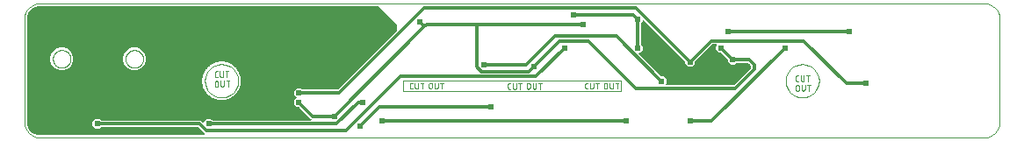
<source format=gbl>
G04 EAGLE Gerber RS-274X export*
G75*
%MOMM*%
%FSLAX34Y34*%
%LPD*%
%INBottom layer*%
%IPPOS*%
%AMOC8*
5,1,8,0,0,1.08239X$1,22.5*%
G01*
%ADD10C,0.001000*%
%ADD11C,0.050800*%
%ADD12C,0.000000*%
%ADD13C,0.304800*%
%ADD14C,0.609600*%
%ADD15C,0.654800*%

G36*
X-49946Y320485D02*
X-49946Y320485D01*
X-49875Y320487D01*
X-49826Y320505D01*
X-49774Y320513D01*
X-49711Y320547D01*
X-49644Y320572D01*
X-49603Y320604D01*
X-49557Y320629D01*
X-49508Y320681D01*
X-49452Y320725D01*
X-49423Y320769D01*
X-49388Y320807D01*
X-49357Y320872D01*
X-49319Y320932D01*
X-49306Y320983D01*
X-49284Y321030D01*
X-49276Y321101D01*
X-49259Y321171D01*
X-49263Y321223D01*
X-49257Y321274D01*
X-49272Y321345D01*
X-49278Y321416D01*
X-49298Y321464D01*
X-49309Y321515D01*
X-49346Y321576D01*
X-49374Y321642D01*
X-49419Y321698D01*
X-49435Y321726D01*
X-49453Y321741D01*
X-49479Y321773D01*
X-51278Y323572D01*
X-55904Y328198D01*
X-55978Y328251D01*
X-56047Y328311D01*
X-56077Y328323D01*
X-56104Y328342D01*
X-56191Y328369D01*
X-56275Y328403D01*
X-56316Y328407D01*
X-56339Y328414D01*
X-56371Y328413D01*
X-56442Y328421D01*
X-149429Y328421D01*
X-149519Y328407D01*
X-149610Y328399D01*
X-149639Y328387D01*
X-149671Y328382D01*
X-149752Y328339D01*
X-149836Y328303D01*
X-149868Y328277D01*
X-149889Y328266D01*
X-149911Y328243D01*
X-149967Y328198D01*
X-151268Y326897D01*
X-155056Y326897D01*
X-157735Y329576D01*
X-157735Y333364D01*
X-155056Y336043D01*
X-151268Y336043D01*
X-149967Y334742D01*
X-149893Y334689D01*
X-149823Y334629D01*
X-149793Y334617D01*
X-149767Y334598D01*
X-149680Y334571D01*
X-149595Y334537D01*
X-149554Y334533D01*
X-149532Y334526D01*
X-149500Y334527D01*
X-149429Y334519D01*
X-53601Y334519D01*
X-51592Y332510D01*
X-51534Y332468D01*
X-51482Y332419D01*
X-51435Y332397D01*
X-51393Y332366D01*
X-51324Y332345D01*
X-51259Y332315D01*
X-51207Y332309D01*
X-51157Y332294D01*
X-51086Y332296D01*
X-51015Y332288D01*
X-50964Y332299D01*
X-50912Y332300D01*
X-50844Y332325D01*
X-50774Y332340D01*
X-50729Y332367D01*
X-50681Y332385D01*
X-50625Y332430D01*
X-50563Y332466D01*
X-50529Y332506D01*
X-50489Y332538D01*
X-50450Y332599D01*
X-50403Y332653D01*
X-50384Y332702D01*
X-50356Y332745D01*
X-50338Y332815D01*
X-50311Y332881D01*
X-50303Y332953D01*
X-50295Y332984D01*
X-50297Y333007D01*
X-50293Y333048D01*
X-50293Y333364D01*
X-47614Y336043D01*
X-43826Y336043D01*
X-42525Y334742D01*
X-42451Y334689D01*
X-42381Y334629D01*
X-42351Y334617D01*
X-42325Y334598D01*
X-42238Y334571D01*
X-42153Y334537D01*
X-42112Y334533D01*
X-42090Y334526D01*
X-42058Y334527D01*
X-41987Y334519D01*
X52524Y334519D01*
X52595Y334530D01*
X52666Y334532D01*
X52715Y334550D01*
X52767Y334558D01*
X52830Y334592D01*
X52897Y334617D01*
X52938Y334649D01*
X52984Y334674D01*
X53033Y334725D01*
X53089Y334770D01*
X53118Y334814D01*
X53153Y334852D01*
X53184Y334917D01*
X53222Y334977D01*
X53235Y335028D01*
X53257Y335075D01*
X53265Y335146D01*
X53282Y335216D01*
X53278Y335268D01*
X53284Y335319D01*
X53269Y335390D01*
X53263Y335461D01*
X53243Y335509D01*
X53232Y335560D01*
X53195Y335621D01*
X53167Y335687D01*
X53122Y335743D01*
X53106Y335771D01*
X53088Y335786D01*
X53062Y335818D01*
X41632Y347248D01*
X41558Y347301D01*
X41489Y347361D01*
X41459Y347373D01*
X41432Y347392D01*
X41345Y347419D01*
X41261Y347453D01*
X41220Y347457D01*
X41197Y347464D01*
X41165Y347463D01*
X41094Y347471D01*
X39254Y347471D01*
X36575Y350150D01*
X36575Y353938D01*
X38715Y356078D01*
X38727Y356094D01*
X38742Y356106D01*
X38798Y356194D01*
X38858Y356277D01*
X38864Y356296D01*
X38875Y356313D01*
X38900Y356414D01*
X38931Y356513D01*
X38930Y356532D01*
X38935Y356552D01*
X38927Y356655D01*
X38924Y356758D01*
X38918Y356777D01*
X38916Y356797D01*
X38876Y356892D01*
X38840Y356989D01*
X38827Y357005D01*
X38820Y357023D01*
X38715Y357154D01*
X36575Y359294D01*
X36575Y363082D01*
X39254Y365761D01*
X43042Y365761D01*
X44343Y364460D01*
X44417Y364407D01*
X44487Y364347D01*
X44517Y364335D01*
X44543Y364316D01*
X44630Y364289D01*
X44715Y364255D01*
X44756Y364251D01*
X44778Y364244D01*
X44810Y364245D01*
X44881Y364237D01*
X78432Y364237D01*
X78522Y364251D01*
X78613Y364259D01*
X78643Y364271D01*
X78675Y364276D01*
X78755Y364319D01*
X78839Y364355D01*
X78871Y364381D01*
X78892Y364392D01*
X78914Y364415D01*
X78970Y364460D01*
X135538Y421028D01*
X135591Y421102D01*
X135651Y421171D01*
X135663Y421201D01*
X135682Y421228D01*
X135709Y421315D01*
X135743Y421399D01*
X135747Y421440D01*
X135754Y421463D01*
X135753Y421495D01*
X135761Y421566D01*
X135761Y427000D01*
X135747Y427090D01*
X135739Y427181D01*
X135727Y427211D01*
X135722Y427243D01*
X135679Y427323D01*
X135643Y427407D01*
X135617Y427439D01*
X135606Y427460D01*
X135583Y427482D01*
X135538Y427538D01*
X117917Y445159D01*
X117843Y445212D01*
X117774Y445272D01*
X117744Y445284D01*
X117718Y445303D01*
X117631Y445330D01*
X117546Y445364D01*
X117505Y445368D01*
X117482Y445375D01*
X117450Y445374D01*
X117379Y445382D01*
X-208201Y445382D01*
X-208228Y445378D01*
X-208278Y445378D01*
X-210808Y445121D01*
X-210829Y445115D01*
X-210957Y445090D01*
X-213154Y444406D01*
X-213176Y444395D01*
X-213292Y444347D01*
X-215286Y443261D01*
X-215307Y443245D01*
X-215407Y443180D01*
X-217152Y441738D01*
X-217170Y441718D01*
X-217254Y441636D01*
X-218696Y439891D01*
X-218709Y439868D01*
X-218777Y439770D01*
X-219863Y437776D01*
X-219871Y437753D01*
X-219922Y437638D01*
X-220606Y435441D01*
X-220609Y435420D01*
X-220637Y435292D01*
X-220894Y432762D01*
X-220893Y432735D01*
X-220898Y432685D01*
X-220898Y333171D01*
X-220894Y333144D01*
X-220894Y333094D01*
X-220637Y330564D01*
X-220631Y330543D01*
X-220606Y330415D01*
X-219922Y328218D01*
X-219911Y328196D01*
X-219863Y328080D01*
X-218777Y326086D01*
X-218761Y326065D01*
X-218696Y325965D01*
X-217254Y324220D01*
X-217234Y324202D01*
X-217152Y324118D01*
X-215407Y322676D01*
X-215384Y322663D01*
X-215286Y322595D01*
X-213292Y321509D01*
X-213269Y321501D01*
X-213154Y321450D01*
X-210957Y320766D01*
X-210936Y320763D01*
X-210808Y320735D01*
X-208278Y320478D01*
X-208251Y320479D01*
X-208201Y320474D01*
X-50017Y320474D01*
X-49946Y320485D01*
G37*
G36*
X460284Y368823D02*
X460284Y368823D01*
X460375Y368831D01*
X460405Y368843D01*
X460437Y368848D01*
X460517Y368891D01*
X460601Y368927D01*
X460633Y368953D01*
X460654Y368964D01*
X460676Y368987D01*
X460732Y369032D01*
X476788Y385088D01*
X476841Y385162D01*
X476901Y385231D01*
X476913Y385261D01*
X476932Y385288D01*
X476959Y385375D01*
X476993Y385459D01*
X476997Y385500D01*
X477004Y385523D01*
X477003Y385555D01*
X477011Y385626D01*
X477011Y387042D01*
X476997Y387132D01*
X476989Y387223D01*
X476977Y387253D01*
X476972Y387285D01*
X476929Y387365D01*
X476893Y387449D01*
X476867Y387481D01*
X476856Y387502D01*
X476833Y387524D01*
X476788Y387580D01*
X474448Y389920D01*
X474374Y389973D01*
X474305Y390033D01*
X474275Y390045D01*
X474248Y390064D01*
X474161Y390091D01*
X474077Y390125D01*
X474036Y390129D01*
X474013Y390136D01*
X473981Y390135D01*
X473910Y390143D01*
X463219Y390143D01*
X463129Y390129D01*
X463038Y390121D01*
X463009Y390109D01*
X462977Y390104D01*
X462896Y390061D01*
X462812Y390025D01*
X462780Y389999D01*
X462759Y389988D01*
X462742Y389970D01*
X462740Y389969D01*
X462733Y389962D01*
X462681Y389920D01*
X461380Y388619D01*
X457592Y388619D01*
X454913Y391298D01*
X454913Y393138D01*
X454899Y393228D01*
X454891Y393319D01*
X454879Y393349D01*
X454874Y393381D01*
X454831Y393461D01*
X454795Y393545D01*
X454769Y393577D01*
X454758Y393598D01*
X454735Y393620D01*
X454690Y393676D01*
X448540Y399826D01*
X448466Y399879D01*
X448397Y399939D01*
X448367Y399951D01*
X448340Y399970D01*
X448253Y399997D01*
X448169Y400031D01*
X448128Y400035D01*
X448105Y400042D01*
X448073Y400041D01*
X448002Y400049D01*
X446162Y400049D01*
X443483Y402728D01*
X443483Y406516D01*
X444099Y407132D01*
X444141Y407190D01*
X444190Y407242D01*
X444212Y407289D01*
X444242Y407331D01*
X444264Y407400D01*
X444294Y407465D01*
X444299Y407517D01*
X444315Y407567D01*
X444313Y407638D01*
X444321Y407709D01*
X444310Y407760D01*
X444308Y407812D01*
X444284Y407880D01*
X444269Y407950D01*
X444242Y407995D01*
X444224Y408043D01*
X444179Y408099D01*
X444142Y408161D01*
X444103Y408195D01*
X444070Y408235D01*
X444010Y408274D01*
X443956Y408321D01*
X443907Y408340D01*
X443863Y408368D01*
X443794Y408386D01*
X443727Y408413D01*
X443656Y408421D01*
X443625Y408429D01*
X443602Y408427D01*
X443561Y408431D01*
X440490Y408431D01*
X440400Y408417D01*
X440309Y408409D01*
X440279Y408397D01*
X440247Y408392D01*
X440167Y408349D01*
X440083Y408313D01*
X440051Y408287D01*
X440030Y408276D01*
X440008Y408253D01*
X439952Y408208D01*
X423134Y391390D01*
X423087Y391325D01*
X423076Y391313D01*
X423073Y391307D01*
X423021Y391247D01*
X423009Y391217D01*
X422990Y391190D01*
X422963Y391103D01*
X422929Y391019D01*
X422925Y390978D01*
X422918Y390955D01*
X422919Y390923D01*
X422911Y390852D01*
X422911Y389012D01*
X420232Y386333D01*
X416444Y386333D01*
X413765Y389012D01*
X413765Y390852D01*
X413751Y390942D01*
X413743Y391033D01*
X413731Y391063D01*
X413726Y391095D01*
X413683Y391175D01*
X413647Y391259D01*
X413621Y391291D01*
X413610Y391312D01*
X413587Y391334D01*
X413542Y391390D01*
X373918Y431014D01*
X373860Y431056D01*
X373808Y431105D01*
X373788Y431115D01*
X373781Y431121D01*
X373756Y431131D01*
X373719Y431158D01*
X373650Y431179D01*
X373585Y431209D01*
X373553Y431213D01*
X373532Y431215D01*
X373483Y431230D01*
X373413Y431228D01*
X373386Y431231D01*
X373385Y431231D01*
X373341Y431236D01*
X373290Y431225D01*
X373238Y431224D01*
X373170Y431199D01*
X373100Y431184D01*
X373055Y431157D01*
X373007Y431139D01*
X372951Y431094D01*
X372925Y431079D01*
X372920Y431076D01*
X372919Y431076D01*
X372889Y431058D01*
X372855Y431018D01*
X372815Y430986D01*
X372776Y430925D01*
X372771Y430919D01*
X372750Y430898D01*
X372748Y430893D01*
X372729Y430871D01*
X372710Y430822D01*
X372682Y430779D01*
X372666Y430715D01*
X372647Y430675D01*
X372646Y430663D01*
X372637Y430643D01*
X372629Y430571D01*
X372621Y430540D01*
X372623Y430517D01*
X372619Y430476D01*
X372619Y430160D01*
X371318Y428859D01*
X371265Y428785D01*
X371205Y428715D01*
X371193Y428685D01*
X371174Y428659D01*
X371147Y428572D01*
X371113Y428487D01*
X371109Y428446D01*
X371102Y428424D01*
X371103Y428392D01*
X371095Y428321D01*
X371095Y408355D01*
X371109Y408265D01*
X371117Y408174D01*
X371129Y408145D01*
X371134Y408113D01*
X371177Y408032D01*
X371213Y407948D01*
X371239Y407916D01*
X371250Y407895D01*
X371273Y407873D01*
X371318Y407817D01*
X372619Y406516D01*
X372619Y402728D01*
X369940Y400049D01*
X369624Y400049D01*
X369553Y400038D01*
X369482Y400036D01*
X369433Y400018D01*
X369381Y400010D01*
X369318Y399976D01*
X369251Y399951D01*
X369210Y399919D01*
X369164Y399894D01*
X369115Y399842D01*
X369059Y399798D01*
X369030Y399754D01*
X368995Y399716D01*
X368964Y399651D01*
X368926Y399591D01*
X368913Y399540D01*
X368891Y399493D01*
X368883Y399422D01*
X368866Y399352D01*
X368870Y399300D01*
X368864Y399249D01*
X368879Y399178D01*
X368885Y399107D01*
X368905Y399059D01*
X368916Y399008D01*
X368953Y398947D01*
X368981Y398881D01*
X369026Y398825D01*
X369042Y398797D01*
X369060Y398782D01*
X369086Y398750D01*
X390422Y377414D01*
X390496Y377361D01*
X390565Y377301D01*
X390595Y377289D01*
X390622Y377270D01*
X390709Y377243D01*
X390793Y377209D01*
X390834Y377205D01*
X390857Y377198D01*
X390889Y377199D01*
X390960Y377191D01*
X392800Y377191D01*
X395479Y374512D01*
X395479Y370724D01*
X394863Y370108D01*
X394821Y370050D01*
X394772Y369998D01*
X394750Y369951D01*
X394720Y369909D01*
X394698Y369840D01*
X394668Y369775D01*
X394663Y369723D01*
X394647Y369673D01*
X394649Y369602D01*
X394641Y369531D01*
X394652Y369480D01*
X394654Y369428D01*
X394678Y369360D01*
X394693Y369290D01*
X394720Y369245D01*
X394738Y369197D01*
X394783Y369141D01*
X394820Y369079D01*
X394859Y369045D01*
X394892Y369005D01*
X394952Y368966D01*
X395006Y368919D01*
X395055Y368900D01*
X395099Y368872D01*
X395168Y368854D01*
X395235Y368827D01*
X395306Y368819D01*
X395337Y368811D01*
X395360Y368813D01*
X395401Y368809D01*
X460194Y368809D01*
X460284Y368823D01*
G37*
%LPC*%
G36*
X-33368Y354312D02*
X-33368Y354312D01*
X-33389Y354310D01*
X-33520Y354312D01*
X-34241Y354239D01*
X-34284Y354274D01*
X-34298Y354282D01*
X-34310Y354294D01*
X-34404Y354344D01*
X-34496Y354397D01*
X-34513Y354400D01*
X-34528Y354408D01*
X-34692Y354443D01*
X-35826Y354555D01*
X-35843Y354554D01*
X-35860Y354557D01*
X-35965Y354546D01*
X-36072Y354539D01*
X-36087Y354532D01*
X-36104Y354531D01*
X-36260Y354468D01*
X-36331Y354430D01*
X-37078Y354662D01*
X-37097Y354665D01*
X-37229Y354693D01*
X-37975Y354766D01*
X-38021Y354822D01*
X-38032Y354832D01*
X-38040Y354845D01*
X-38124Y354913D01*
X-38205Y354985D01*
X-38219Y354991D01*
X-38231Y355001D01*
X-38385Y355068D01*
X-39361Y355371D01*
X-39380Y355374D01*
X-39397Y355381D01*
X-39501Y355391D01*
X-39604Y355405D01*
X-39623Y355401D01*
X-39642Y355403D01*
X-39807Y355372D01*
X-39886Y355348D01*
X-40578Y355724D01*
X-40597Y355731D01*
X-40721Y355784D01*
X-41444Y356003D01*
X-41477Y356066D01*
X-41487Y356079D01*
X-41493Y356095D01*
X-41561Y356177D01*
X-41625Y356262D01*
X-41639Y356271D01*
X-41649Y356284D01*
X-41787Y356380D01*
X-42675Y356862D01*
X-42694Y356869D01*
X-42709Y356880D01*
X-42809Y356909D01*
X-42908Y356943D01*
X-42927Y356943D01*
X-42945Y356949D01*
X-43113Y356951D01*
X-43177Y356945D01*
X-43765Y357430D01*
X-43784Y357441D01*
X-43890Y357514D01*
X-44554Y357869D01*
X-44572Y357927D01*
X-44580Y357944D01*
X-44583Y357962D01*
X-44633Y358054D01*
X-44679Y358149D01*
X-44692Y358162D01*
X-44700Y358178D01*
X-44817Y358298D01*
X-45632Y358971D01*
X-45648Y358980D01*
X-45661Y358994D01*
X-45754Y359042D01*
X-45845Y359095D01*
X-45863Y359098D01*
X-45880Y359107D01*
X-46044Y359141D01*
X-46090Y359146D01*
X-46554Y359712D01*
X-46572Y359728D01*
X-46660Y359818D01*
X-47226Y360282D01*
X-47231Y360328D01*
X-47235Y360346D01*
X-47235Y360365D01*
X-47267Y360465D01*
X-47293Y360566D01*
X-47304Y360582D01*
X-47309Y360600D01*
X-47401Y360740D01*
X-48074Y361555D01*
X-48087Y361567D01*
X-48097Y361582D01*
X-48180Y361647D01*
X-48259Y361717D01*
X-48276Y361724D01*
X-48290Y361735D01*
X-48445Y361800D01*
X-48503Y361818D01*
X-48858Y362482D01*
X-48872Y362499D01*
X-48942Y362607D01*
X-49427Y363195D01*
X-49421Y363259D01*
X-49422Y363278D01*
X-49418Y363297D01*
X-49430Y363400D01*
X-49437Y363504D01*
X-49444Y363522D01*
X-49446Y363541D01*
X-49510Y363697D01*
X-49992Y364585D01*
X-50002Y364598D01*
X-50008Y364614D01*
X-50077Y364695D01*
X-50143Y364779D01*
X-50157Y364789D01*
X-50168Y364801D01*
X-50306Y364895D01*
X-50369Y364928D01*
X-50588Y365651D01*
X-50596Y365666D01*
X-50596Y365667D01*
X-50597Y365670D01*
X-50648Y365794D01*
X-51024Y366486D01*
X-51000Y366565D01*
X-50997Y366584D01*
X-50990Y366601D01*
X-50981Y366705D01*
X-50967Y366808D01*
X-50971Y366827D01*
X-50969Y366847D01*
X-51001Y367011D01*
X-51304Y367987D01*
X-51311Y368001D01*
X-51314Y368016D01*
X-51366Y368111D01*
X-51414Y368207D01*
X-51425Y368218D01*
X-51432Y368232D01*
X-51550Y368351D01*
X-51606Y368397D01*
X-51679Y369143D01*
X-51684Y369162D01*
X-51710Y369294D01*
X-51942Y370041D01*
X-51904Y370112D01*
X-51898Y370128D01*
X-51889Y370142D01*
X-51859Y370244D01*
X-51824Y370345D01*
X-51824Y370362D01*
X-51819Y370378D01*
X-51817Y370546D01*
X-51929Y371680D01*
X-51933Y371696D01*
X-51933Y371713D01*
X-51965Y371815D01*
X-51992Y371918D01*
X-52002Y371932D01*
X-52007Y371948D01*
X-52098Y372088D01*
X-52133Y372131D01*
X-52060Y372852D01*
X-52062Y372873D01*
X-52060Y373004D01*
X-52133Y373725D01*
X-52098Y373768D01*
X-52090Y373782D01*
X-52078Y373794D01*
X-52028Y373888D01*
X-51975Y373980D01*
X-51972Y373997D01*
X-51964Y374012D01*
X-51929Y374176D01*
X-51817Y375310D01*
X-51818Y375327D01*
X-51815Y375344D01*
X-51826Y375449D01*
X-51833Y375556D01*
X-51840Y375571D01*
X-51841Y375588D01*
X-51904Y375744D01*
X-51942Y375815D01*
X-51710Y376562D01*
X-51707Y376581D01*
X-51704Y376597D01*
X-51702Y376601D01*
X-51701Y376611D01*
X-51679Y376713D01*
X-51606Y377459D01*
X-51550Y377505D01*
X-51540Y377516D01*
X-51527Y377524D01*
X-51459Y377608D01*
X-51387Y377689D01*
X-51381Y377703D01*
X-51371Y377715D01*
X-51304Y377869D01*
X-51001Y378845D01*
X-50998Y378864D01*
X-50991Y378881D01*
X-50981Y378985D01*
X-50967Y379088D01*
X-50971Y379107D01*
X-50969Y379126D01*
X-51000Y379291D01*
X-51024Y379370D01*
X-50648Y380062D01*
X-50641Y380081D01*
X-50589Y380204D01*
X-50369Y380928D01*
X-50306Y380961D01*
X-50293Y380971D01*
X-50277Y380977D01*
X-50195Y381045D01*
X-50110Y381109D01*
X-50101Y381123D01*
X-50088Y381133D01*
X-49992Y381271D01*
X-49510Y382159D01*
X-49503Y382178D01*
X-49492Y382193D01*
X-49463Y382293D01*
X-49429Y382392D01*
X-49429Y382411D01*
X-49423Y382429D01*
X-49421Y382597D01*
X-49427Y382661D01*
X-48942Y383248D01*
X-48931Y383268D01*
X-48858Y383374D01*
X-48503Y384038D01*
X-48445Y384056D01*
X-48428Y384064D01*
X-48410Y384067D01*
X-48318Y384117D01*
X-48223Y384163D01*
X-48210Y384176D01*
X-48194Y384184D01*
X-48074Y384301D01*
X-47401Y385116D01*
X-47392Y385132D01*
X-47378Y385145D01*
X-47330Y385238D01*
X-47277Y385329D01*
X-47274Y385347D01*
X-47265Y385364D01*
X-47231Y385528D01*
X-47226Y385574D01*
X-46660Y386038D01*
X-46644Y386056D01*
X-46554Y386144D01*
X-46090Y386710D01*
X-46044Y386715D01*
X-46026Y386719D01*
X-46007Y386719D01*
X-45907Y386751D01*
X-45806Y386777D01*
X-45790Y386788D01*
X-45772Y386793D01*
X-45632Y386885D01*
X-44817Y387558D01*
X-44805Y387571D01*
X-44790Y387581D01*
X-44725Y387664D01*
X-44655Y387743D01*
X-44648Y387760D01*
X-44637Y387774D01*
X-44572Y387929D01*
X-44554Y387987D01*
X-43890Y388342D01*
X-43872Y388356D01*
X-43765Y388426D01*
X-43177Y388911D01*
X-43113Y388905D01*
X-43094Y388906D01*
X-43075Y388902D01*
X-42972Y388914D01*
X-42868Y388921D01*
X-42850Y388928D01*
X-42831Y388930D01*
X-42675Y388994D01*
X-41787Y389476D01*
X-41774Y389486D01*
X-41758Y389492D01*
X-41677Y389561D01*
X-41593Y389627D01*
X-41583Y389641D01*
X-41571Y389652D01*
X-41477Y389790D01*
X-41444Y389853D01*
X-40721Y390072D01*
X-40703Y390081D01*
X-40578Y390132D01*
X-39886Y390508D01*
X-39807Y390484D01*
X-39788Y390481D01*
X-39770Y390474D01*
X-39667Y390465D01*
X-39563Y390451D01*
X-39545Y390455D01*
X-39525Y390453D01*
X-39361Y390485D01*
X-38385Y390788D01*
X-38371Y390795D01*
X-38356Y390798D01*
X-38261Y390850D01*
X-38165Y390898D01*
X-38154Y390909D01*
X-38140Y390916D01*
X-38021Y391034D01*
X-37975Y391090D01*
X-37229Y391163D01*
X-37210Y391168D01*
X-37078Y391194D01*
X-36331Y391426D01*
X-36260Y391388D01*
X-36244Y391382D01*
X-36230Y391373D01*
X-36128Y391343D01*
X-36027Y391308D01*
X-36010Y391308D01*
X-35994Y391303D01*
X-35826Y391301D01*
X-34692Y391413D01*
X-34676Y391417D01*
X-34659Y391417D01*
X-34557Y391449D01*
X-34454Y391476D01*
X-34440Y391486D01*
X-34424Y391491D01*
X-34284Y391582D01*
X-34241Y391617D01*
X-33520Y391544D01*
X-33499Y391546D01*
X-33368Y391544D01*
X-32647Y391617D01*
X-32604Y391582D01*
X-32590Y391574D01*
X-32578Y391562D01*
X-32484Y391512D01*
X-32392Y391459D01*
X-32375Y391456D01*
X-32360Y391448D01*
X-32196Y391413D01*
X-31062Y391301D01*
X-31045Y391302D01*
X-31028Y391299D01*
X-30923Y391310D01*
X-30816Y391317D01*
X-30801Y391324D01*
X-30784Y391325D01*
X-30628Y391388D01*
X-30557Y391426D01*
X-29810Y391194D01*
X-29791Y391191D01*
X-29659Y391163D01*
X-28913Y391090D01*
X-28867Y391034D01*
X-28856Y391024D01*
X-28848Y391011D01*
X-28764Y390943D01*
X-28683Y390871D01*
X-28669Y390865D01*
X-28657Y390855D01*
X-28503Y390788D01*
X-27527Y390485D01*
X-27508Y390482D01*
X-27491Y390475D01*
X-27387Y390465D01*
X-27284Y390451D01*
X-27265Y390455D01*
X-27246Y390453D01*
X-27081Y390484D01*
X-27002Y390508D01*
X-26310Y390132D01*
X-26291Y390125D01*
X-26167Y390072D01*
X-25444Y389853D01*
X-25411Y389790D01*
X-25401Y389777D01*
X-25395Y389761D01*
X-25327Y389679D01*
X-25263Y389594D01*
X-25249Y389585D01*
X-25239Y389572D01*
X-25101Y389476D01*
X-24212Y388994D01*
X-24194Y388987D01*
X-24179Y388976D01*
X-24079Y388947D01*
X-23980Y388913D01*
X-23961Y388913D01*
X-23942Y388907D01*
X-23775Y388905D01*
X-23711Y388911D01*
X-23123Y388426D01*
X-23104Y388415D01*
X-22998Y388342D01*
X-22334Y387987D01*
X-22316Y387929D01*
X-22308Y387912D01*
X-22305Y387894D01*
X-22255Y387802D01*
X-22209Y387707D01*
X-22196Y387694D01*
X-22188Y387678D01*
X-22071Y387558D01*
X-21256Y386885D01*
X-21240Y386876D01*
X-21227Y386862D01*
X-21133Y386814D01*
X-21043Y386761D01*
X-21025Y386758D01*
X-21008Y386749D01*
X-20844Y386715D01*
X-20798Y386710D01*
X-20334Y386144D01*
X-20316Y386128D01*
X-20228Y386038D01*
X-19662Y385574D01*
X-19657Y385528D01*
X-19653Y385510D01*
X-19653Y385491D01*
X-19621Y385391D01*
X-19595Y385290D01*
X-19584Y385274D01*
X-19579Y385256D01*
X-19487Y385116D01*
X-18814Y384301D01*
X-18801Y384289D01*
X-18791Y384274D01*
X-18708Y384209D01*
X-18629Y384139D01*
X-18612Y384132D01*
X-18598Y384121D01*
X-18443Y384056D01*
X-18385Y384038D01*
X-18030Y383374D01*
X-18016Y383356D01*
X-17946Y383249D01*
X-17461Y382661D01*
X-17467Y382597D01*
X-17466Y382578D01*
X-17470Y382559D01*
X-17458Y382456D01*
X-17451Y382352D01*
X-17444Y382334D01*
X-17442Y382315D01*
X-17378Y382159D01*
X-16896Y381271D01*
X-16886Y381258D01*
X-16880Y381242D01*
X-16811Y381161D01*
X-16745Y381077D01*
X-16731Y381067D01*
X-16720Y381055D01*
X-16582Y380961D01*
X-16519Y380928D01*
X-16300Y380205D01*
X-16291Y380187D01*
X-16240Y380062D01*
X-15864Y379370D01*
X-15888Y379291D01*
X-15891Y379272D01*
X-15898Y379254D01*
X-15907Y379151D01*
X-15921Y379047D01*
X-15917Y379029D01*
X-15919Y379009D01*
X-15887Y378845D01*
X-15584Y377869D01*
X-15577Y377855D01*
X-15574Y377840D01*
X-15522Y377745D01*
X-15474Y377649D01*
X-15463Y377638D01*
X-15456Y377624D01*
X-15338Y377505D01*
X-15282Y377459D01*
X-15209Y376713D01*
X-15204Y376694D01*
X-15178Y376562D01*
X-14946Y375815D01*
X-14984Y375744D01*
X-14990Y375728D01*
X-14999Y375714D01*
X-15029Y375612D01*
X-15064Y375511D01*
X-15064Y375494D01*
X-15069Y375478D01*
X-15071Y375310D01*
X-14959Y374176D01*
X-14955Y374160D01*
X-14955Y374143D01*
X-14923Y374041D01*
X-14896Y373938D01*
X-14886Y373924D01*
X-14881Y373908D01*
X-14790Y373768D01*
X-14755Y373725D01*
X-14828Y373004D01*
X-14826Y372983D01*
X-14828Y372852D01*
X-14755Y372131D01*
X-14790Y372088D01*
X-14798Y372074D01*
X-14810Y372062D01*
X-14860Y371968D01*
X-14913Y371876D01*
X-14916Y371859D01*
X-14924Y371844D01*
X-14959Y371680D01*
X-15071Y370546D01*
X-15070Y370529D01*
X-15073Y370512D01*
X-15062Y370406D01*
X-15055Y370300D01*
X-15048Y370285D01*
X-15047Y370268D01*
X-14984Y370112D01*
X-14946Y370041D01*
X-15178Y369294D01*
X-15181Y369275D01*
X-15209Y369143D01*
X-15282Y368397D01*
X-15338Y368351D01*
X-15348Y368340D01*
X-15361Y368332D01*
X-15429Y368248D01*
X-15501Y368167D01*
X-15507Y368153D01*
X-15517Y368141D01*
X-15584Y367987D01*
X-15887Y367011D01*
X-15890Y366992D01*
X-15897Y366975D01*
X-15907Y366870D01*
X-15921Y366768D01*
X-15917Y366749D01*
X-15919Y366730D01*
X-15888Y366565D01*
X-15864Y366486D01*
X-16240Y365794D01*
X-16247Y365775D01*
X-16300Y365651D01*
X-16519Y364928D01*
X-16582Y364895D01*
X-16595Y364885D01*
X-16611Y364879D01*
X-16693Y364811D01*
X-16778Y364747D01*
X-16787Y364733D01*
X-16800Y364723D01*
X-16896Y364585D01*
X-17378Y363697D01*
X-17385Y363678D01*
X-17396Y363663D01*
X-17425Y363563D01*
X-17459Y363464D01*
X-17459Y363445D01*
X-17465Y363427D01*
X-17467Y363259D01*
X-17461Y363195D01*
X-17946Y362608D01*
X-17957Y362588D01*
X-18030Y362482D01*
X-18385Y361818D01*
X-18443Y361800D01*
X-18460Y361792D01*
X-18478Y361789D01*
X-18570Y361739D01*
X-18665Y361693D01*
X-18678Y361680D01*
X-18694Y361672D01*
X-18814Y361555D01*
X-19487Y360740D01*
X-19496Y360724D01*
X-19510Y360711D01*
X-19558Y360618D01*
X-19611Y360527D01*
X-19614Y360509D01*
X-19623Y360492D01*
X-19657Y360328D01*
X-19662Y360282D01*
X-20228Y359818D01*
X-20244Y359800D01*
X-20334Y359712D01*
X-20798Y359146D01*
X-20844Y359141D01*
X-20862Y359137D01*
X-20881Y359137D01*
X-20981Y359105D01*
X-21082Y359079D01*
X-21098Y359068D01*
X-21116Y359063D01*
X-21256Y358971D01*
X-22071Y358298D01*
X-22083Y358285D01*
X-22098Y358275D01*
X-22163Y358192D01*
X-22233Y358113D01*
X-22240Y358096D01*
X-22251Y358082D01*
X-22316Y357927D01*
X-22334Y357869D01*
X-22998Y357514D01*
X-23016Y357500D01*
X-23123Y357430D01*
X-23711Y356945D01*
X-23775Y356951D01*
X-23794Y356950D01*
X-23813Y356954D01*
X-23916Y356942D01*
X-24020Y356935D01*
X-24038Y356928D01*
X-24057Y356926D01*
X-24213Y356862D01*
X-25101Y356380D01*
X-25114Y356370D01*
X-25130Y356364D01*
X-25211Y356295D01*
X-25295Y356229D01*
X-25305Y356215D01*
X-25317Y356204D01*
X-25411Y356066D01*
X-25444Y356003D01*
X-26167Y355784D01*
X-26185Y355775D01*
X-26310Y355724D01*
X-27002Y355348D01*
X-27081Y355372D01*
X-27100Y355375D01*
X-27118Y355382D01*
X-27221Y355391D01*
X-27325Y355405D01*
X-27343Y355401D01*
X-27363Y355403D01*
X-27527Y355371D01*
X-28503Y355068D01*
X-28517Y355061D01*
X-28532Y355058D01*
X-28627Y355006D01*
X-28723Y354958D01*
X-28734Y354947D01*
X-28748Y354940D01*
X-28867Y354822D01*
X-28913Y354766D01*
X-29659Y354693D01*
X-29678Y354688D01*
X-29810Y354662D01*
X-30557Y354430D01*
X-30628Y354468D01*
X-30644Y354474D01*
X-30658Y354483D01*
X-30760Y354513D01*
X-30861Y354548D01*
X-30878Y354548D01*
X-30894Y354553D01*
X-31062Y354555D01*
X-32196Y354443D01*
X-32212Y354439D01*
X-32229Y354439D01*
X-32331Y354407D01*
X-32434Y354380D01*
X-32448Y354370D01*
X-32464Y354365D01*
X-32604Y354274D01*
X-32647Y354239D01*
X-33368Y354312D01*
G37*
%LPD*%
%LPC*%
G36*
X-119596Y382959D02*
X-119596Y382959D01*
X-123654Y384640D01*
X-126760Y387746D01*
X-128441Y391804D01*
X-128441Y396196D01*
X-126760Y400254D01*
X-123654Y403360D01*
X-119596Y405041D01*
X-115204Y405041D01*
X-111146Y403360D01*
X-108040Y400254D01*
X-106359Y396196D01*
X-106359Y391804D01*
X-108040Y387746D01*
X-111146Y384640D01*
X-115204Y382959D01*
X-119596Y382959D01*
G37*
%LPD*%
%LPC*%
G36*
X-189596Y382959D02*
X-189596Y382959D01*
X-193654Y384640D01*
X-196760Y387746D01*
X-198441Y391804D01*
X-198441Y396196D01*
X-196760Y400254D01*
X-193654Y403360D01*
X-189596Y405041D01*
X-185204Y405041D01*
X-181146Y403360D01*
X-178040Y400254D01*
X-176359Y396196D01*
X-176359Y391804D01*
X-178040Y387746D01*
X-181146Y384640D01*
X-185204Y382959D01*
X-189596Y382959D01*
G37*
%LPD*%
D10*
X-208369Y447928D02*
X701481Y447928D01*
X704509Y447620D01*
X707335Y446739D01*
X709895Y445345D01*
X712128Y443500D01*
X713973Y441267D01*
X715367Y438707D01*
X716248Y435881D01*
X716556Y432853D01*
X716556Y333003D01*
X716248Y329975D01*
X715367Y327149D01*
X713973Y324589D01*
X712128Y322356D01*
X709895Y320511D01*
X707335Y319117D01*
X704509Y318236D01*
X701481Y317928D01*
X-208369Y317928D01*
X-211397Y318236D01*
X-214223Y319117D01*
X-216783Y320511D01*
X-219016Y322356D01*
X-220861Y324589D01*
X-222255Y327149D01*
X-223136Y329975D01*
X-223444Y333003D01*
X-223444Y432853D01*
X-223136Y435881D01*
X-222255Y438707D01*
X-220861Y441267D01*
X-219016Y443500D01*
X-216783Y445345D01*
X-214223Y446739D01*
X-211397Y447620D01*
X-208369Y447928D01*
X526556Y388978D02*
X529791Y388652D01*
X532803Y387717D01*
X535530Y386237D01*
X537905Y384277D01*
X539865Y381902D01*
X541345Y379175D01*
X542280Y376163D01*
X542606Y372928D01*
X542280Y369693D01*
X541345Y366681D01*
X539865Y363954D01*
X537905Y361579D01*
X535530Y359619D01*
X532803Y358139D01*
X529791Y357204D01*
X526556Y356878D01*
X523321Y357204D01*
X520309Y358139D01*
X517582Y359619D01*
X515207Y361579D01*
X513247Y363954D01*
X511767Y366681D01*
X510832Y369693D01*
X510506Y372928D01*
X510832Y376163D01*
X511767Y379175D01*
X513247Y381902D01*
X515207Y384277D01*
X517582Y386237D01*
X520309Y387717D01*
X523321Y388652D01*
X526556Y388978D01*
X-30209Y388652D02*
X-33444Y388978D01*
X-30209Y388652D02*
X-27197Y387717D01*
X-24470Y386237D01*
X-22095Y384277D01*
X-20135Y381902D01*
X-18655Y379175D01*
X-17720Y376163D01*
X-17394Y372928D01*
X-17720Y369693D01*
X-18655Y366681D01*
X-20135Y363954D01*
X-22095Y361579D01*
X-24470Y359619D01*
X-27197Y358139D01*
X-30209Y357204D01*
X-33444Y356878D01*
X-36679Y357204D01*
X-39691Y358139D01*
X-42418Y359619D01*
X-44793Y361579D01*
X-46753Y363954D01*
X-48233Y366681D01*
X-49168Y369693D01*
X-49494Y372928D01*
X-49168Y376163D01*
X-48233Y379175D01*
X-46753Y381902D01*
X-44793Y384277D01*
X-42418Y386237D01*
X-39691Y387717D01*
X-36679Y388652D01*
X-33444Y388978D01*
X141556Y362928D02*
X351556Y362928D01*
X351556Y372928D01*
X141556Y372928D01*
X141556Y362928D01*
X523425Y388670D02*
X526556Y388978D01*
X523425Y388670D02*
X520414Y387756D01*
X517639Y386273D01*
X515207Y384277D01*
X513211Y381845D01*
X511728Y379070D01*
X510814Y376059D01*
X510506Y372928D01*
X510814Y369797D01*
X511728Y366786D01*
X513211Y364011D01*
X515207Y361579D01*
X517639Y359583D01*
X520414Y358100D01*
X523425Y357186D01*
X526556Y356878D01*
X529687Y357186D01*
X532698Y358100D01*
X535473Y359583D01*
X537905Y361579D01*
X539901Y364011D01*
X541384Y366786D01*
X542298Y369797D01*
X542606Y372928D01*
X542298Y376059D01*
X541384Y379070D01*
X539901Y381845D01*
X537905Y384277D01*
X535473Y386273D01*
X532698Y387756D01*
X529687Y388670D01*
X526556Y388978D01*
X-33444Y388978D02*
X-36575Y388670D01*
X-39586Y387756D01*
X-42361Y386273D01*
X-44793Y384277D01*
X-46789Y381845D01*
X-48272Y379070D01*
X-49186Y376059D01*
X-49494Y372928D01*
X-49186Y369797D01*
X-48272Y366786D01*
X-46789Y364011D01*
X-44793Y361579D01*
X-42361Y359583D01*
X-39586Y358100D01*
X-36575Y357186D01*
X-33444Y356878D01*
X-30313Y357186D01*
X-27302Y358100D01*
X-24527Y359583D01*
X-22095Y361579D01*
X-20099Y364011D01*
X-18616Y366786D01*
X-17702Y369797D01*
X-17394Y372928D01*
X-17702Y376059D01*
X-18616Y379070D01*
X-20099Y381845D01*
X-22095Y384277D01*
X-24527Y386273D01*
X-27302Y387756D01*
X-30313Y388670D01*
X-33444Y388978D01*
D11*
X-37262Y376398D02*
X-38504Y376398D01*
X-38574Y376400D01*
X-38643Y376406D01*
X-38712Y376416D01*
X-38780Y376429D01*
X-38848Y376447D01*
X-38914Y376468D01*
X-38979Y376493D01*
X-39043Y376521D01*
X-39105Y376553D01*
X-39165Y376588D01*
X-39223Y376627D01*
X-39278Y376669D01*
X-39332Y376714D01*
X-39382Y376762D01*
X-39430Y376812D01*
X-39475Y376866D01*
X-39517Y376921D01*
X-39556Y376979D01*
X-39591Y377039D01*
X-39623Y377101D01*
X-39651Y377165D01*
X-39676Y377230D01*
X-39697Y377296D01*
X-39715Y377364D01*
X-39728Y377432D01*
X-39738Y377501D01*
X-39744Y377570D01*
X-39746Y377640D01*
X-39746Y380744D01*
X-39744Y380814D01*
X-39738Y380883D01*
X-39728Y380952D01*
X-39715Y381020D01*
X-39697Y381088D01*
X-39676Y381154D01*
X-39651Y381219D01*
X-39623Y381283D01*
X-39591Y381345D01*
X-39556Y381405D01*
X-39517Y381463D01*
X-39475Y381518D01*
X-39430Y381572D01*
X-39382Y381622D01*
X-39332Y381670D01*
X-39278Y381715D01*
X-39223Y381757D01*
X-39165Y381796D01*
X-39105Y381831D01*
X-39043Y381863D01*
X-38979Y381891D01*
X-38914Y381916D01*
X-38848Y381937D01*
X-38780Y381955D01*
X-38712Y381968D01*
X-38643Y381978D01*
X-38574Y381984D01*
X-38504Y381986D01*
X-37262Y381986D01*
X-34975Y381986D02*
X-34975Y377950D01*
X-34973Y377873D01*
X-34967Y377795D01*
X-34958Y377719D01*
X-34944Y377642D01*
X-34927Y377567D01*
X-34906Y377493D01*
X-34881Y377419D01*
X-34853Y377347D01*
X-34821Y377277D01*
X-34786Y377208D01*
X-34747Y377141D01*
X-34705Y377076D01*
X-34660Y377013D01*
X-34612Y376952D01*
X-34561Y376894D01*
X-34507Y376839D01*
X-34450Y376786D01*
X-34391Y376737D01*
X-34329Y376690D01*
X-34265Y376646D01*
X-34199Y376606D01*
X-34131Y376569D01*
X-34061Y376535D01*
X-33990Y376505D01*
X-33917Y376479D01*
X-33843Y376456D01*
X-33768Y376437D01*
X-33693Y376422D01*
X-33616Y376410D01*
X-33539Y376402D01*
X-33462Y376398D01*
X-33384Y376398D01*
X-33307Y376402D01*
X-33230Y376410D01*
X-33153Y376422D01*
X-33078Y376437D01*
X-33003Y376456D01*
X-32929Y376479D01*
X-32856Y376505D01*
X-32785Y376535D01*
X-32715Y376569D01*
X-32647Y376606D01*
X-32581Y376646D01*
X-32517Y376690D01*
X-32455Y376737D01*
X-32396Y376786D01*
X-32339Y376839D01*
X-32285Y376894D01*
X-32234Y376952D01*
X-32186Y377013D01*
X-32141Y377076D01*
X-32099Y377141D01*
X-32060Y377208D01*
X-32025Y377277D01*
X-31993Y377347D01*
X-31965Y377419D01*
X-31940Y377493D01*
X-31919Y377567D01*
X-31902Y377642D01*
X-31888Y377719D01*
X-31879Y377795D01*
X-31873Y377873D01*
X-31871Y377950D01*
X-31870Y377950D02*
X-31870Y381986D01*
X-28119Y381986D02*
X-28119Y376398D01*
X-29671Y381986D02*
X-26567Y381986D01*
X-39746Y371290D02*
X-39746Y368806D01*
X-39746Y371290D02*
X-39744Y371367D01*
X-39738Y371445D01*
X-39729Y371521D01*
X-39715Y371598D01*
X-39698Y371673D01*
X-39677Y371747D01*
X-39652Y371821D01*
X-39624Y371893D01*
X-39592Y371963D01*
X-39557Y372032D01*
X-39518Y372099D01*
X-39476Y372164D01*
X-39431Y372227D01*
X-39383Y372288D01*
X-39332Y372346D01*
X-39278Y372401D01*
X-39221Y372454D01*
X-39162Y372503D01*
X-39100Y372550D01*
X-39036Y372594D01*
X-38970Y372634D01*
X-38902Y372671D01*
X-38832Y372705D01*
X-38761Y372735D01*
X-38688Y372761D01*
X-38614Y372784D01*
X-38539Y372803D01*
X-38464Y372818D01*
X-38387Y372830D01*
X-38310Y372838D01*
X-38233Y372842D01*
X-38155Y372842D01*
X-38078Y372838D01*
X-38001Y372830D01*
X-37924Y372818D01*
X-37849Y372803D01*
X-37774Y372784D01*
X-37700Y372761D01*
X-37627Y372735D01*
X-37556Y372705D01*
X-37486Y372671D01*
X-37418Y372634D01*
X-37352Y372594D01*
X-37288Y372550D01*
X-37226Y372503D01*
X-37167Y372454D01*
X-37110Y372401D01*
X-37056Y372346D01*
X-37005Y372288D01*
X-36957Y372227D01*
X-36912Y372164D01*
X-36870Y372099D01*
X-36831Y372032D01*
X-36796Y371963D01*
X-36764Y371893D01*
X-36736Y371821D01*
X-36711Y371747D01*
X-36690Y371673D01*
X-36673Y371598D01*
X-36659Y371521D01*
X-36650Y371445D01*
X-36644Y371367D01*
X-36642Y371290D01*
X-36642Y368806D01*
X-36644Y368729D01*
X-36650Y368651D01*
X-36659Y368575D01*
X-36673Y368498D01*
X-36690Y368423D01*
X-36711Y368349D01*
X-36736Y368275D01*
X-36764Y368203D01*
X-36796Y368133D01*
X-36831Y368064D01*
X-36870Y367997D01*
X-36912Y367932D01*
X-36957Y367869D01*
X-37005Y367808D01*
X-37056Y367750D01*
X-37110Y367695D01*
X-37167Y367642D01*
X-37226Y367593D01*
X-37288Y367546D01*
X-37352Y367502D01*
X-37418Y367462D01*
X-37486Y367425D01*
X-37556Y367391D01*
X-37627Y367361D01*
X-37700Y367335D01*
X-37774Y367312D01*
X-37849Y367293D01*
X-37924Y367278D01*
X-38001Y367266D01*
X-38078Y367258D01*
X-38155Y367254D01*
X-38233Y367254D01*
X-38310Y367258D01*
X-38387Y367266D01*
X-38464Y367278D01*
X-38539Y367293D01*
X-38614Y367312D01*
X-38688Y367335D01*
X-38761Y367361D01*
X-38832Y367391D01*
X-38902Y367425D01*
X-38970Y367462D01*
X-39036Y367502D01*
X-39100Y367546D01*
X-39162Y367593D01*
X-39221Y367642D01*
X-39278Y367695D01*
X-39332Y367750D01*
X-39383Y367808D01*
X-39431Y367869D01*
X-39476Y367932D01*
X-39518Y367997D01*
X-39557Y368064D01*
X-39592Y368133D01*
X-39624Y368203D01*
X-39652Y368275D01*
X-39677Y368349D01*
X-39698Y368423D01*
X-39715Y368498D01*
X-39729Y368575D01*
X-39738Y368651D01*
X-39744Y368729D01*
X-39746Y368806D01*
X-34077Y368806D02*
X-34077Y372842D01*
X-34077Y368806D02*
X-34075Y368729D01*
X-34069Y368651D01*
X-34060Y368575D01*
X-34046Y368498D01*
X-34029Y368423D01*
X-34008Y368349D01*
X-33983Y368275D01*
X-33955Y368203D01*
X-33923Y368133D01*
X-33888Y368064D01*
X-33849Y367997D01*
X-33807Y367932D01*
X-33762Y367869D01*
X-33714Y367808D01*
X-33663Y367750D01*
X-33609Y367695D01*
X-33552Y367642D01*
X-33493Y367593D01*
X-33431Y367546D01*
X-33367Y367502D01*
X-33301Y367462D01*
X-33233Y367425D01*
X-33163Y367391D01*
X-33092Y367361D01*
X-33019Y367335D01*
X-32945Y367312D01*
X-32870Y367293D01*
X-32795Y367278D01*
X-32718Y367266D01*
X-32641Y367258D01*
X-32564Y367254D01*
X-32486Y367254D01*
X-32409Y367258D01*
X-32332Y367266D01*
X-32255Y367278D01*
X-32180Y367293D01*
X-32105Y367312D01*
X-32031Y367335D01*
X-31958Y367361D01*
X-31887Y367391D01*
X-31817Y367425D01*
X-31749Y367462D01*
X-31683Y367502D01*
X-31619Y367546D01*
X-31557Y367593D01*
X-31498Y367642D01*
X-31441Y367695D01*
X-31387Y367750D01*
X-31336Y367808D01*
X-31288Y367869D01*
X-31243Y367932D01*
X-31201Y367997D01*
X-31162Y368064D01*
X-31127Y368133D01*
X-31095Y368203D01*
X-31067Y368275D01*
X-31042Y368349D01*
X-31021Y368423D01*
X-31004Y368498D01*
X-30990Y368575D01*
X-30981Y368651D01*
X-30975Y368729D01*
X-30973Y368806D01*
X-30972Y368806D02*
X-30972Y372842D01*
X-27221Y372842D02*
X-27221Y367254D01*
X-28773Y372842D02*
X-25669Y372842D01*
X521496Y372398D02*
X522738Y372398D01*
X521496Y372398D02*
X521426Y372400D01*
X521357Y372406D01*
X521288Y372416D01*
X521220Y372429D01*
X521152Y372447D01*
X521086Y372468D01*
X521021Y372493D01*
X520957Y372521D01*
X520895Y372553D01*
X520835Y372588D01*
X520777Y372627D01*
X520722Y372669D01*
X520668Y372714D01*
X520618Y372762D01*
X520570Y372812D01*
X520525Y372866D01*
X520483Y372921D01*
X520444Y372979D01*
X520409Y373039D01*
X520377Y373101D01*
X520349Y373165D01*
X520324Y373230D01*
X520303Y373296D01*
X520285Y373364D01*
X520272Y373432D01*
X520262Y373501D01*
X520256Y373570D01*
X520254Y373640D01*
X520254Y376744D01*
X520256Y376814D01*
X520262Y376883D01*
X520272Y376952D01*
X520285Y377020D01*
X520303Y377088D01*
X520324Y377154D01*
X520349Y377219D01*
X520377Y377283D01*
X520409Y377345D01*
X520444Y377405D01*
X520483Y377463D01*
X520525Y377518D01*
X520570Y377572D01*
X520618Y377622D01*
X520668Y377670D01*
X520722Y377715D01*
X520777Y377757D01*
X520835Y377796D01*
X520895Y377831D01*
X520957Y377863D01*
X521021Y377891D01*
X521086Y377916D01*
X521152Y377937D01*
X521220Y377955D01*
X521288Y377968D01*
X521357Y377978D01*
X521426Y377984D01*
X521496Y377986D01*
X522738Y377986D01*
X525025Y377986D02*
X525025Y373950D01*
X525027Y373873D01*
X525033Y373795D01*
X525042Y373719D01*
X525056Y373642D01*
X525073Y373567D01*
X525094Y373493D01*
X525119Y373419D01*
X525147Y373347D01*
X525179Y373277D01*
X525214Y373208D01*
X525253Y373141D01*
X525295Y373076D01*
X525340Y373013D01*
X525388Y372952D01*
X525439Y372894D01*
X525493Y372839D01*
X525550Y372786D01*
X525609Y372737D01*
X525671Y372690D01*
X525735Y372646D01*
X525801Y372606D01*
X525869Y372569D01*
X525939Y372535D01*
X526010Y372505D01*
X526083Y372479D01*
X526157Y372456D01*
X526232Y372437D01*
X526307Y372422D01*
X526384Y372410D01*
X526461Y372402D01*
X526538Y372398D01*
X526616Y372398D01*
X526693Y372402D01*
X526770Y372410D01*
X526847Y372422D01*
X526922Y372437D01*
X526997Y372456D01*
X527071Y372479D01*
X527144Y372505D01*
X527215Y372535D01*
X527285Y372569D01*
X527353Y372606D01*
X527419Y372646D01*
X527483Y372690D01*
X527545Y372737D01*
X527604Y372786D01*
X527661Y372839D01*
X527715Y372894D01*
X527766Y372952D01*
X527814Y373013D01*
X527859Y373076D01*
X527901Y373141D01*
X527940Y373208D01*
X527975Y373277D01*
X528007Y373347D01*
X528035Y373419D01*
X528060Y373493D01*
X528081Y373567D01*
X528098Y373642D01*
X528112Y373719D01*
X528121Y373795D01*
X528127Y373873D01*
X528129Y373950D01*
X528130Y373950D02*
X528130Y377986D01*
X531881Y377986D02*
X531881Y372398D01*
X530329Y377986D02*
X533433Y377986D01*
X520254Y367290D02*
X520254Y364806D01*
X520254Y367290D02*
X520256Y367367D01*
X520262Y367445D01*
X520271Y367521D01*
X520285Y367598D01*
X520302Y367673D01*
X520323Y367747D01*
X520348Y367821D01*
X520376Y367893D01*
X520408Y367963D01*
X520443Y368032D01*
X520482Y368099D01*
X520524Y368164D01*
X520569Y368227D01*
X520617Y368288D01*
X520668Y368346D01*
X520722Y368401D01*
X520779Y368454D01*
X520838Y368503D01*
X520900Y368550D01*
X520964Y368594D01*
X521030Y368634D01*
X521098Y368671D01*
X521168Y368705D01*
X521239Y368735D01*
X521312Y368761D01*
X521386Y368784D01*
X521461Y368803D01*
X521536Y368818D01*
X521613Y368830D01*
X521690Y368838D01*
X521767Y368842D01*
X521845Y368842D01*
X521922Y368838D01*
X521999Y368830D01*
X522076Y368818D01*
X522151Y368803D01*
X522226Y368784D01*
X522300Y368761D01*
X522373Y368735D01*
X522444Y368705D01*
X522514Y368671D01*
X522582Y368634D01*
X522648Y368594D01*
X522712Y368550D01*
X522774Y368503D01*
X522833Y368454D01*
X522890Y368401D01*
X522944Y368346D01*
X522995Y368288D01*
X523043Y368227D01*
X523088Y368164D01*
X523130Y368099D01*
X523169Y368032D01*
X523204Y367963D01*
X523236Y367893D01*
X523264Y367821D01*
X523289Y367747D01*
X523310Y367673D01*
X523327Y367598D01*
X523341Y367521D01*
X523350Y367445D01*
X523356Y367367D01*
X523358Y367290D01*
X523358Y364806D01*
X523356Y364729D01*
X523350Y364651D01*
X523341Y364575D01*
X523327Y364498D01*
X523310Y364423D01*
X523289Y364349D01*
X523264Y364275D01*
X523236Y364203D01*
X523204Y364133D01*
X523169Y364064D01*
X523130Y363997D01*
X523088Y363932D01*
X523043Y363869D01*
X522995Y363808D01*
X522944Y363750D01*
X522890Y363695D01*
X522833Y363642D01*
X522774Y363593D01*
X522712Y363546D01*
X522648Y363502D01*
X522582Y363462D01*
X522514Y363425D01*
X522444Y363391D01*
X522373Y363361D01*
X522300Y363335D01*
X522226Y363312D01*
X522151Y363293D01*
X522076Y363278D01*
X521999Y363266D01*
X521922Y363258D01*
X521845Y363254D01*
X521767Y363254D01*
X521690Y363258D01*
X521613Y363266D01*
X521536Y363278D01*
X521461Y363293D01*
X521386Y363312D01*
X521312Y363335D01*
X521239Y363361D01*
X521168Y363391D01*
X521098Y363425D01*
X521030Y363462D01*
X520964Y363502D01*
X520900Y363546D01*
X520838Y363593D01*
X520779Y363642D01*
X520722Y363695D01*
X520668Y363750D01*
X520617Y363808D01*
X520569Y363869D01*
X520524Y363932D01*
X520482Y363997D01*
X520443Y364064D01*
X520408Y364133D01*
X520376Y364203D01*
X520348Y364275D01*
X520323Y364349D01*
X520302Y364423D01*
X520285Y364498D01*
X520271Y364575D01*
X520262Y364651D01*
X520256Y364729D01*
X520254Y364806D01*
X525923Y364806D02*
X525923Y368842D01*
X525923Y364806D02*
X525925Y364729D01*
X525931Y364651D01*
X525940Y364575D01*
X525954Y364498D01*
X525971Y364423D01*
X525992Y364349D01*
X526017Y364275D01*
X526045Y364203D01*
X526077Y364133D01*
X526112Y364064D01*
X526151Y363997D01*
X526193Y363932D01*
X526238Y363869D01*
X526286Y363808D01*
X526337Y363750D01*
X526391Y363695D01*
X526448Y363642D01*
X526507Y363593D01*
X526569Y363546D01*
X526633Y363502D01*
X526699Y363462D01*
X526767Y363425D01*
X526837Y363391D01*
X526908Y363361D01*
X526981Y363335D01*
X527055Y363312D01*
X527130Y363293D01*
X527205Y363278D01*
X527282Y363266D01*
X527359Y363258D01*
X527436Y363254D01*
X527514Y363254D01*
X527591Y363258D01*
X527668Y363266D01*
X527745Y363278D01*
X527820Y363293D01*
X527895Y363312D01*
X527969Y363335D01*
X528042Y363361D01*
X528113Y363391D01*
X528183Y363425D01*
X528251Y363462D01*
X528317Y363502D01*
X528381Y363546D01*
X528443Y363593D01*
X528502Y363642D01*
X528559Y363695D01*
X528613Y363750D01*
X528664Y363808D01*
X528712Y363869D01*
X528757Y363932D01*
X528799Y363997D01*
X528838Y364064D01*
X528873Y364133D01*
X528905Y364203D01*
X528933Y364275D01*
X528958Y364349D01*
X528979Y364423D01*
X528996Y364498D01*
X529010Y364575D01*
X529019Y364651D01*
X529025Y364729D01*
X529027Y364806D01*
X529028Y364806D02*
X529028Y368842D01*
X532779Y368842D02*
X532779Y363254D01*
X531227Y368842D02*
X534331Y368842D01*
X150738Y365254D02*
X149496Y365254D01*
X149426Y365256D01*
X149357Y365262D01*
X149288Y365272D01*
X149220Y365285D01*
X149152Y365303D01*
X149086Y365324D01*
X149021Y365349D01*
X148957Y365377D01*
X148895Y365409D01*
X148835Y365444D01*
X148777Y365483D01*
X148722Y365525D01*
X148668Y365570D01*
X148618Y365618D01*
X148570Y365668D01*
X148525Y365722D01*
X148483Y365777D01*
X148444Y365835D01*
X148409Y365895D01*
X148377Y365957D01*
X148349Y366021D01*
X148324Y366086D01*
X148303Y366152D01*
X148285Y366220D01*
X148272Y366288D01*
X148262Y366357D01*
X148256Y366426D01*
X148254Y366496D01*
X148254Y369600D01*
X148256Y369670D01*
X148262Y369739D01*
X148272Y369808D01*
X148285Y369876D01*
X148303Y369944D01*
X148324Y370010D01*
X148349Y370075D01*
X148377Y370139D01*
X148409Y370201D01*
X148444Y370261D01*
X148483Y370319D01*
X148525Y370374D01*
X148570Y370428D01*
X148618Y370478D01*
X148668Y370526D01*
X148722Y370571D01*
X148777Y370613D01*
X148835Y370652D01*
X148895Y370687D01*
X148957Y370719D01*
X149021Y370747D01*
X149086Y370772D01*
X149152Y370793D01*
X149220Y370811D01*
X149288Y370824D01*
X149357Y370834D01*
X149426Y370840D01*
X149496Y370842D01*
X150738Y370842D01*
X153025Y370842D02*
X153025Y366806D01*
X153027Y366729D01*
X153033Y366651D01*
X153042Y366575D01*
X153056Y366498D01*
X153073Y366423D01*
X153094Y366349D01*
X153119Y366275D01*
X153147Y366203D01*
X153179Y366133D01*
X153214Y366064D01*
X153253Y365997D01*
X153295Y365932D01*
X153340Y365869D01*
X153388Y365808D01*
X153439Y365750D01*
X153493Y365695D01*
X153550Y365642D01*
X153609Y365593D01*
X153671Y365546D01*
X153735Y365502D01*
X153801Y365462D01*
X153869Y365425D01*
X153939Y365391D01*
X154010Y365361D01*
X154083Y365335D01*
X154157Y365312D01*
X154232Y365293D01*
X154307Y365278D01*
X154384Y365266D01*
X154461Y365258D01*
X154538Y365254D01*
X154616Y365254D01*
X154693Y365258D01*
X154770Y365266D01*
X154847Y365278D01*
X154922Y365293D01*
X154997Y365312D01*
X155071Y365335D01*
X155144Y365361D01*
X155215Y365391D01*
X155285Y365425D01*
X155353Y365462D01*
X155419Y365502D01*
X155483Y365546D01*
X155545Y365593D01*
X155604Y365642D01*
X155661Y365695D01*
X155715Y365750D01*
X155766Y365808D01*
X155814Y365869D01*
X155859Y365932D01*
X155901Y365997D01*
X155940Y366064D01*
X155975Y366133D01*
X156007Y366203D01*
X156035Y366275D01*
X156060Y366349D01*
X156081Y366423D01*
X156098Y366498D01*
X156112Y366575D01*
X156121Y366651D01*
X156127Y366729D01*
X156129Y366806D01*
X156130Y366806D02*
X156130Y370842D01*
X159881Y370842D02*
X159881Y365254D01*
X158329Y370842D02*
X161433Y370842D01*
X166375Y369290D02*
X166375Y366806D01*
X166375Y369290D02*
X166377Y369367D01*
X166383Y369445D01*
X166392Y369521D01*
X166406Y369598D01*
X166423Y369673D01*
X166444Y369747D01*
X166469Y369821D01*
X166497Y369893D01*
X166529Y369963D01*
X166564Y370032D01*
X166603Y370099D01*
X166645Y370164D01*
X166690Y370227D01*
X166738Y370288D01*
X166789Y370346D01*
X166843Y370401D01*
X166900Y370454D01*
X166959Y370503D01*
X167021Y370550D01*
X167085Y370594D01*
X167151Y370634D01*
X167219Y370671D01*
X167289Y370705D01*
X167360Y370735D01*
X167433Y370761D01*
X167507Y370784D01*
X167582Y370803D01*
X167657Y370818D01*
X167734Y370830D01*
X167811Y370838D01*
X167888Y370842D01*
X167966Y370842D01*
X168043Y370838D01*
X168120Y370830D01*
X168197Y370818D01*
X168272Y370803D01*
X168347Y370784D01*
X168421Y370761D01*
X168494Y370735D01*
X168565Y370705D01*
X168635Y370671D01*
X168703Y370634D01*
X168769Y370594D01*
X168833Y370550D01*
X168895Y370503D01*
X168954Y370454D01*
X169011Y370401D01*
X169065Y370346D01*
X169116Y370288D01*
X169164Y370227D01*
X169209Y370164D01*
X169251Y370099D01*
X169290Y370032D01*
X169325Y369963D01*
X169357Y369893D01*
X169385Y369821D01*
X169410Y369747D01*
X169431Y369673D01*
X169448Y369598D01*
X169462Y369521D01*
X169471Y369445D01*
X169477Y369367D01*
X169479Y369290D01*
X169480Y369290D02*
X169480Y366806D01*
X169479Y366806D02*
X169477Y366729D01*
X169471Y366651D01*
X169462Y366575D01*
X169448Y366498D01*
X169431Y366423D01*
X169410Y366349D01*
X169385Y366275D01*
X169357Y366203D01*
X169325Y366133D01*
X169290Y366064D01*
X169251Y365997D01*
X169209Y365932D01*
X169164Y365869D01*
X169116Y365808D01*
X169065Y365750D01*
X169011Y365695D01*
X168954Y365642D01*
X168895Y365593D01*
X168833Y365546D01*
X168769Y365502D01*
X168703Y365462D01*
X168635Y365425D01*
X168565Y365391D01*
X168494Y365361D01*
X168421Y365335D01*
X168347Y365312D01*
X168272Y365293D01*
X168197Y365278D01*
X168120Y365266D01*
X168043Y365258D01*
X167966Y365254D01*
X167888Y365254D01*
X167811Y365258D01*
X167734Y365266D01*
X167657Y365278D01*
X167582Y365293D01*
X167507Y365312D01*
X167433Y365335D01*
X167360Y365361D01*
X167289Y365391D01*
X167219Y365425D01*
X167151Y365462D01*
X167085Y365502D01*
X167021Y365546D01*
X166959Y365593D01*
X166900Y365642D01*
X166843Y365695D01*
X166789Y365750D01*
X166738Y365808D01*
X166690Y365869D01*
X166645Y365932D01*
X166603Y365997D01*
X166564Y366064D01*
X166529Y366133D01*
X166497Y366203D01*
X166469Y366275D01*
X166444Y366349D01*
X166423Y366423D01*
X166406Y366498D01*
X166392Y366575D01*
X166383Y366651D01*
X166377Y366729D01*
X166375Y366806D01*
X172045Y366806D02*
X172045Y370842D01*
X172045Y366806D02*
X172047Y366729D01*
X172053Y366651D01*
X172062Y366575D01*
X172076Y366498D01*
X172093Y366423D01*
X172114Y366349D01*
X172139Y366275D01*
X172167Y366203D01*
X172199Y366133D01*
X172234Y366064D01*
X172273Y365997D01*
X172315Y365932D01*
X172360Y365869D01*
X172408Y365808D01*
X172459Y365750D01*
X172513Y365695D01*
X172570Y365642D01*
X172629Y365593D01*
X172691Y365546D01*
X172755Y365502D01*
X172821Y365462D01*
X172889Y365425D01*
X172959Y365391D01*
X173030Y365361D01*
X173103Y365335D01*
X173177Y365312D01*
X173252Y365293D01*
X173327Y365278D01*
X173404Y365266D01*
X173481Y365258D01*
X173558Y365254D01*
X173636Y365254D01*
X173713Y365258D01*
X173790Y365266D01*
X173867Y365278D01*
X173942Y365293D01*
X174017Y365312D01*
X174091Y365335D01*
X174164Y365361D01*
X174235Y365391D01*
X174305Y365425D01*
X174373Y365462D01*
X174439Y365502D01*
X174503Y365546D01*
X174565Y365593D01*
X174624Y365642D01*
X174681Y365695D01*
X174735Y365750D01*
X174786Y365808D01*
X174834Y365869D01*
X174879Y365932D01*
X174921Y365997D01*
X174960Y366064D01*
X174995Y366133D01*
X175027Y366203D01*
X175055Y366275D01*
X175080Y366349D01*
X175101Y366423D01*
X175118Y366498D01*
X175132Y366575D01*
X175141Y366651D01*
X175147Y366729D01*
X175149Y366806D01*
X175149Y370842D01*
X178900Y370842D02*
X178900Y365254D01*
X177348Y370842D02*
X180452Y370842D01*
X244058Y364955D02*
X245300Y364955D01*
X244058Y364955D02*
X243988Y364957D01*
X243919Y364963D01*
X243850Y364973D01*
X243782Y364986D01*
X243714Y365004D01*
X243648Y365025D01*
X243583Y365050D01*
X243519Y365078D01*
X243457Y365110D01*
X243397Y365145D01*
X243339Y365184D01*
X243284Y365226D01*
X243230Y365271D01*
X243180Y365319D01*
X243132Y365369D01*
X243087Y365423D01*
X243045Y365478D01*
X243006Y365536D01*
X242971Y365596D01*
X242939Y365658D01*
X242911Y365722D01*
X242886Y365787D01*
X242865Y365853D01*
X242847Y365921D01*
X242834Y365989D01*
X242824Y366058D01*
X242818Y366127D01*
X242816Y366197D01*
X242816Y369301D01*
X242818Y369371D01*
X242824Y369440D01*
X242834Y369509D01*
X242847Y369577D01*
X242865Y369645D01*
X242886Y369711D01*
X242911Y369776D01*
X242939Y369840D01*
X242971Y369902D01*
X243006Y369962D01*
X243045Y370020D01*
X243087Y370075D01*
X243132Y370129D01*
X243180Y370179D01*
X243230Y370227D01*
X243284Y370272D01*
X243339Y370314D01*
X243397Y370353D01*
X243457Y370388D01*
X243519Y370420D01*
X243583Y370448D01*
X243648Y370473D01*
X243714Y370494D01*
X243782Y370512D01*
X243850Y370525D01*
X243919Y370535D01*
X243988Y370541D01*
X244058Y370543D01*
X245300Y370543D01*
X247587Y370543D02*
X247587Y366507D01*
X247588Y366507D02*
X247590Y366430D01*
X247596Y366352D01*
X247605Y366276D01*
X247619Y366199D01*
X247636Y366124D01*
X247657Y366050D01*
X247682Y365976D01*
X247710Y365904D01*
X247742Y365834D01*
X247777Y365765D01*
X247816Y365698D01*
X247858Y365633D01*
X247903Y365570D01*
X247951Y365509D01*
X248002Y365451D01*
X248056Y365396D01*
X248113Y365343D01*
X248172Y365294D01*
X248234Y365247D01*
X248298Y365203D01*
X248364Y365163D01*
X248432Y365126D01*
X248502Y365092D01*
X248573Y365062D01*
X248646Y365036D01*
X248720Y365013D01*
X248795Y364994D01*
X248870Y364979D01*
X248947Y364967D01*
X249024Y364959D01*
X249101Y364955D01*
X249179Y364955D01*
X249256Y364959D01*
X249333Y364967D01*
X249410Y364979D01*
X249485Y364994D01*
X249560Y365013D01*
X249634Y365036D01*
X249707Y365062D01*
X249778Y365092D01*
X249848Y365126D01*
X249916Y365163D01*
X249982Y365203D01*
X250046Y365247D01*
X250108Y365294D01*
X250167Y365343D01*
X250224Y365396D01*
X250278Y365451D01*
X250329Y365509D01*
X250377Y365570D01*
X250422Y365633D01*
X250464Y365698D01*
X250503Y365765D01*
X250538Y365834D01*
X250570Y365904D01*
X250598Y365976D01*
X250623Y366050D01*
X250644Y366124D01*
X250661Y366199D01*
X250675Y366276D01*
X250684Y366352D01*
X250690Y366430D01*
X250692Y366507D01*
X250692Y370543D01*
X254443Y370543D02*
X254443Y364955D01*
X252891Y370543D02*
X255995Y370543D01*
X260938Y368991D02*
X260938Y366507D01*
X260938Y368991D02*
X260940Y369068D01*
X260946Y369146D01*
X260955Y369222D01*
X260969Y369299D01*
X260986Y369374D01*
X261007Y369448D01*
X261032Y369522D01*
X261060Y369594D01*
X261092Y369664D01*
X261127Y369733D01*
X261166Y369800D01*
X261208Y369865D01*
X261253Y369928D01*
X261301Y369989D01*
X261352Y370047D01*
X261406Y370102D01*
X261463Y370155D01*
X261522Y370204D01*
X261584Y370251D01*
X261648Y370295D01*
X261714Y370335D01*
X261782Y370372D01*
X261852Y370406D01*
X261923Y370436D01*
X261996Y370462D01*
X262070Y370485D01*
X262145Y370504D01*
X262220Y370519D01*
X262297Y370531D01*
X262374Y370539D01*
X262451Y370543D01*
X262529Y370543D01*
X262606Y370539D01*
X262683Y370531D01*
X262760Y370519D01*
X262835Y370504D01*
X262910Y370485D01*
X262984Y370462D01*
X263057Y370436D01*
X263128Y370406D01*
X263198Y370372D01*
X263266Y370335D01*
X263332Y370295D01*
X263396Y370251D01*
X263458Y370204D01*
X263517Y370155D01*
X263574Y370102D01*
X263628Y370047D01*
X263679Y369989D01*
X263727Y369928D01*
X263772Y369865D01*
X263814Y369800D01*
X263853Y369733D01*
X263888Y369664D01*
X263920Y369594D01*
X263948Y369522D01*
X263973Y369448D01*
X263994Y369374D01*
X264011Y369299D01*
X264025Y369222D01*
X264034Y369146D01*
X264040Y369068D01*
X264042Y368991D01*
X264042Y366507D01*
X264040Y366430D01*
X264034Y366352D01*
X264025Y366276D01*
X264011Y366199D01*
X263994Y366124D01*
X263973Y366050D01*
X263948Y365976D01*
X263920Y365904D01*
X263888Y365834D01*
X263853Y365765D01*
X263814Y365698D01*
X263772Y365633D01*
X263727Y365570D01*
X263679Y365509D01*
X263628Y365451D01*
X263574Y365396D01*
X263517Y365343D01*
X263458Y365294D01*
X263396Y365247D01*
X263332Y365203D01*
X263266Y365163D01*
X263198Y365126D01*
X263128Y365092D01*
X263057Y365062D01*
X262984Y365036D01*
X262910Y365013D01*
X262835Y364994D01*
X262760Y364979D01*
X262683Y364967D01*
X262606Y364959D01*
X262529Y364955D01*
X262451Y364955D01*
X262374Y364959D01*
X262297Y364967D01*
X262220Y364979D01*
X262145Y364994D01*
X262070Y365013D01*
X261996Y365036D01*
X261923Y365062D01*
X261852Y365092D01*
X261782Y365126D01*
X261714Y365163D01*
X261648Y365203D01*
X261584Y365247D01*
X261522Y365294D01*
X261463Y365343D01*
X261406Y365396D01*
X261352Y365451D01*
X261301Y365509D01*
X261253Y365570D01*
X261208Y365633D01*
X261166Y365698D01*
X261127Y365765D01*
X261092Y365834D01*
X261060Y365904D01*
X261032Y365976D01*
X261007Y366050D01*
X260986Y366124D01*
X260969Y366199D01*
X260955Y366276D01*
X260946Y366352D01*
X260940Y366430D01*
X260938Y366507D01*
X266607Y366507D02*
X266607Y370543D01*
X266607Y366507D02*
X266609Y366430D01*
X266615Y366352D01*
X266624Y366276D01*
X266638Y366199D01*
X266655Y366124D01*
X266676Y366050D01*
X266701Y365976D01*
X266729Y365904D01*
X266761Y365834D01*
X266796Y365765D01*
X266835Y365698D01*
X266877Y365633D01*
X266922Y365570D01*
X266970Y365509D01*
X267021Y365451D01*
X267075Y365396D01*
X267132Y365343D01*
X267191Y365294D01*
X267253Y365247D01*
X267317Y365203D01*
X267383Y365163D01*
X267451Y365126D01*
X267521Y365092D01*
X267592Y365062D01*
X267665Y365036D01*
X267739Y365013D01*
X267814Y364994D01*
X267889Y364979D01*
X267966Y364967D01*
X268043Y364959D01*
X268120Y364955D01*
X268198Y364955D01*
X268275Y364959D01*
X268352Y364967D01*
X268429Y364979D01*
X268504Y364994D01*
X268579Y365013D01*
X268653Y365036D01*
X268726Y365062D01*
X268797Y365092D01*
X268867Y365126D01*
X268935Y365163D01*
X269001Y365203D01*
X269065Y365247D01*
X269127Y365294D01*
X269186Y365343D01*
X269243Y365396D01*
X269297Y365451D01*
X269348Y365509D01*
X269396Y365570D01*
X269441Y365633D01*
X269483Y365698D01*
X269522Y365765D01*
X269557Y365834D01*
X269589Y365904D01*
X269617Y365976D01*
X269642Y366050D01*
X269663Y366124D01*
X269680Y366199D01*
X269694Y366276D01*
X269703Y366352D01*
X269709Y366430D01*
X269711Y366507D01*
X269711Y370543D01*
X273463Y370543D02*
X273463Y364955D01*
X271910Y370543D02*
X275015Y370543D01*
X318496Y365254D02*
X319738Y365254D01*
X318496Y365254D02*
X318426Y365256D01*
X318357Y365262D01*
X318288Y365272D01*
X318220Y365285D01*
X318152Y365303D01*
X318086Y365324D01*
X318021Y365349D01*
X317957Y365377D01*
X317895Y365409D01*
X317835Y365444D01*
X317777Y365483D01*
X317722Y365525D01*
X317668Y365570D01*
X317618Y365618D01*
X317570Y365668D01*
X317525Y365722D01*
X317483Y365777D01*
X317444Y365835D01*
X317409Y365895D01*
X317377Y365957D01*
X317349Y366021D01*
X317324Y366086D01*
X317303Y366152D01*
X317285Y366220D01*
X317272Y366288D01*
X317262Y366357D01*
X317256Y366426D01*
X317254Y366496D01*
X317254Y369600D01*
X317256Y369670D01*
X317262Y369739D01*
X317272Y369808D01*
X317285Y369876D01*
X317303Y369944D01*
X317324Y370010D01*
X317349Y370075D01*
X317377Y370139D01*
X317409Y370201D01*
X317444Y370261D01*
X317483Y370319D01*
X317525Y370374D01*
X317570Y370428D01*
X317618Y370478D01*
X317668Y370526D01*
X317722Y370571D01*
X317777Y370613D01*
X317835Y370652D01*
X317895Y370687D01*
X317957Y370719D01*
X318021Y370747D01*
X318086Y370772D01*
X318152Y370793D01*
X318220Y370811D01*
X318288Y370824D01*
X318357Y370834D01*
X318426Y370840D01*
X318496Y370842D01*
X319738Y370842D01*
X322025Y370842D02*
X322025Y366806D01*
X322027Y366729D01*
X322033Y366651D01*
X322042Y366575D01*
X322056Y366498D01*
X322073Y366423D01*
X322094Y366349D01*
X322119Y366275D01*
X322147Y366203D01*
X322179Y366133D01*
X322214Y366064D01*
X322253Y365997D01*
X322295Y365932D01*
X322340Y365869D01*
X322388Y365808D01*
X322439Y365750D01*
X322493Y365695D01*
X322550Y365642D01*
X322609Y365593D01*
X322671Y365546D01*
X322735Y365502D01*
X322801Y365462D01*
X322869Y365425D01*
X322939Y365391D01*
X323010Y365361D01*
X323083Y365335D01*
X323157Y365312D01*
X323232Y365293D01*
X323307Y365278D01*
X323384Y365266D01*
X323461Y365258D01*
X323538Y365254D01*
X323616Y365254D01*
X323693Y365258D01*
X323770Y365266D01*
X323847Y365278D01*
X323922Y365293D01*
X323997Y365312D01*
X324071Y365335D01*
X324144Y365361D01*
X324215Y365391D01*
X324285Y365425D01*
X324353Y365462D01*
X324419Y365502D01*
X324483Y365546D01*
X324545Y365593D01*
X324604Y365642D01*
X324661Y365695D01*
X324715Y365750D01*
X324766Y365808D01*
X324814Y365869D01*
X324859Y365932D01*
X324901Y365997D01*
X324940Y366064D01*
X324975Y366133D01*
X325007Y366203D01*
X325035Y366275D01*
X325060Y366349D01*
X325081Y366423D01*
X325098Y366498D01*
X325112Y366575D01*
X325121Y366651D01*
X325127Y366729D01*
X325129Y366806D01*
X325130Y366806D02*
X325130Y370842D01*
X328881Y370842D02*
X328881Y365254D01*
X327329Y370842D02*
X330433Y370842D01*
X335375Y369290D02*
X335375Y366806D01*
X335375Y369290D02*
X335377Y369367D01*
X335383Y369445D01*
X335392Y369521D01*
X335406Y369598D01*
X335423Y369673D01*
X335444Y369747D01*
X335469Y369821D01*
X335497Y369893D01*
X335529Y369963D01*
X335564Y370032D01*
X335603Y370099D01*
X335645Y370164D01*
X335690Y370227D01*
X335738Y370288D01*
X335789Y370346D01*
X335843Y370401D01*
X335900Y370454D01*
X335959Y370503D01*
X336021Y370550D01*
X336085Y370594D01*
X336151Y370634D01*
X336219Y370671D01*
X336289Y370705D01*
X336360Y370735D01*
X336433Y370761D01*
X336507Y370784D01*
X336582Y370803D01*
X336657Y370818D01*
X336734Y370830D01*
X336811Y370838D01*
X336888Y370842D01*
X336966Y370842D01*
X337043Y370838D01*
X337120Y370830D01*
X337197Y370818D01*
X337272Y370803D01*
X337347Y370784D01*
X337421Y370761D01*
X337494Y370735D01*
X337565Y370705D01*
X337635Y370671D01*
X337703Y370634D01*
X337769Y370594D01*
X337833Y370550D01*
X337895Y370503D01*
X337954Y370454D01*
X338011Y370401D01*
X338065Y370346D01*
X338116Y370288D01*
X338164Y370227D01*
X338209Y370164D01*
X338251Y370099D01*
X338290Y370032D01*
X338325Y369963D01*
X338357Y369893D01*
X338385Y369821D01*
X338410Y369747D01*
X338431Y369673D01*
X338448Y369598D01*
X338462Y369521D01*
X338471Y369445D01*
X338477Y369367D01*
X338479Y369290D01*
X338480Y369290D02*
X338480Y366806D01*
X338479Y366806D02*
X338477Y366729D01*
X338471Y366651D01*
X338462Y366575D01*
X338448Y366498D01*
X338431Y366423D01*
X338410Y366349D01*
X338385Y366275D01*
X338357Y366203D01*
X338325Y366133D01*
X338290Y366064D01*
X338251Y365997D01*
X338209Y365932D01*
X338164Y365869D01*
X338116Y365808D01*
X338065Y365750D01*
X338011Y365695D01*
X337954Y365642D01*
X337895Y365593D01*
X337833Y365546D01*
X337769Y365502D01*
X337703Y365462D01*
X337635Y365425D01*
X337565Y365391D01*
X337494Y365361D01*
X337421Y365335D01*
X337347Y365312D01*
X337272Y365293D01*
X337197Y365278D01*
X337120Y365266D01*
X337043Y365258D01*
X336966Y365254D01*
X336888Y365254D01*
X336811Y365258D01*
X336734Y365266D01*
X336657Y365278D01*
X336582Y365293D01*
X336507Y365312D01*
X336433Y365335D01*
X336360Y365361D01*
X336289Y365391D01*
X336219Y365425D01*
X336151Y365462D01*
X336085Y365502D01*
X336021Y365546D01*
X335959Y365593D01*
X335900Y365642D01*
X335843Y365695D01*
X335789Y365750D01*
X335738Y365808D01*
X335690Y365869D01*
X335645Y365932D01*
X335603Y365997D01*
X335564Y366064D01*
X335529Y366133D01*
X335497Y366203D01*
X335469Y366275D01*
X335444Y366349D01*
X335423Y366423D01*
X335406Y366498D01*
X335392Y366575D01*
X335383Y366651D01*
X335377Y366729D01*
X335375Y366806D01*
X341045Y366806D02*
X341045Y370842D01*
X341045Y366806D02*
X341047Y366729D01*
X341053Y366651D01*
X341062Y366575D01*
X341076Y366498D01*
X341093Y366423D01*
X341114Y366349D01*
X341139Y366275D01*
X341167Y366203D01*
X341199Y366133D01*
X341234Y366064D01*
X341273Y365997D01*
X341315Y365932D01*
X341360Y365869D01*
X341408Y365808D01*
X341459Y365750D01*
X341513Y365695D01*
X341570Y365642D01*
X341629Y365593D01*
X341691Y365546D01*
X341755Y365502D01*
X341821Y365462D01*
X341889Y365425D01*
X341959Y365391D01*
X342030Y365361D01*
X342103Y365335D01*
X342177Y365312D01*
X342252Y365293D01*
X342327Y365278D01*
X342404Y365266D01*
X342481Y365258D01*
X342558Y365254D01*
X342636Y365254D01*
X342713Y365258D01*
X342790Y365266D01*
X342867Y365278D01*
X342942Y365293D01*
X343017Y365312D01*
X343091Y365335D01*
X343164Y365361D01*
X343235Y365391D01*
X343305Y365425D01*
X343373Y365462D01*
X343439Y365502D01*
X343503Y365546D01*
X343565Y365593D01*
X343624Y365642D01*
X343681Y365695D01*
X343735Y365750D01*
X343786Y365808D01*
X343834Y365869D01*
X343879Y365932D01*
X343921Y365997D01*
X343960Y366064D01*
X343995Y366133D01*
X344027Y366203D01*
X344055Y366275D01*
X344080Y366349D01*
X344101Y366423D01*
X344118Y366498D01*
X344132Y366575D01*
X344141Y366651D01*
X344147Y366729D01*
X344149Y366806D01*
X344149Y370842D01*
X347900Y370842D02*
X347900Y365254D01*
X346348Y370842D02*
X349452Y370842D01*
D12*
X-195900Y394000D02*
X-195897Y394209D01*
X-195890Y394417D01*
X-195877Y394625D01*
X-195859Y394833D01*
X-195836Y395040D01*
X-195808Y395247D01*
X-195775Y395453D01*
X-195737Y395658D01*
X-195693Y395862D01*
X-195645Y396065D01*
X-195592Y396267D01*
X-195534Y396467D01*
X-195471Y396666D01*
X-195403Y396864D01*
X-195330Y397059D01*
X-195253Y397253D01*
X-195171Y397445D01*
X-195084Y397634D01*
X-194992Y397822D01*
X-194896Y398007D01*
X-194796Y398190D01*
X-194691Y398370D01*
X-194581Y398547D01*
X-194467Y398722D01*
X-194349Y398894D01*
X-194227Y399063D01*
X-194101Y399229D01*
X-193971Y399392D01*
X-193836Y399552D01*
X-193698Y399708D01*
X-193556Y399861D01*
X-193410Y400010D01*
X-193261Y400156D01*
X-193108Y400298D01*
X-192952Y400436D01*
X-192792Y400571D01*
X-192629Y400701D01*
X-192463Y400827D01*
X-192294Y400949D01*
X-192122Y401067D01*
X-191947Y401181D01*
X-191770Y401291D01*
X-191590Y401396D01*
X-191407Y401496D01*
X-191222Y401592D01*
X-191034Y401684D01*
X-190845Y401771D01*
X-190653Y401853D01*
X-190459Y401930D01*
X-190264Y402003D01*
X-190066Y402071D01*
X-189867Y402134D01*
X-189667Y402192D01*
X-189465Y402245D01*
X-189262Y402293D01*
X-189058Y402337D01*
X-188853Y402375D01*
X-188647Y402408D01*
X-188440Y402436D01*
X-188233Y402459D01*
X-188025Y402477D01*
X-187817Y402490D01*
X-187609Y402497D01*
X-187400Y402500D01*
X-187191Y402497D01*
X-186983Y402490D01*
X-186775Y402477D01*
X-186567Y402459D01*
X-186360Y402436D01*
X-186153Y402408D01*
X-185947Y402375D01*
X-185742Y402337D01*
X-185538Y402293D01*
X-185335Y402245D01*
X-185133Y402192D01*
X-184933Y402134D01*
X-184734Y402071D01*
X-184536Y402003D01*
X-184341Y401930D01*
X-184147Y401853D01*
X-183955Y401771D01*
X-183766Y401684D01*
X-183578Y401592D01*
X-183393Y401496D01*
X-183210Y401396D01*
X-183030Y401291D01*
X-182853Y401181D01*
X-182678Y401067D01*
X-182506Y400949D01*
X-182337Y400827D01*
X-182171Y400701D01*
X-182008Y400571D01*
X-181848Y400436D01*
X-181692Y400298D01*
X-181539Y400156D01*
X-181390Y400010D01*
X-181244Y399861D01*
X-181102Y399708D01*
X-180964Y399552D01*
X-180829Y399392D01*
X-180699Y399229D01*
X-180573Y399063D01*
X-180451Y398894D01*
X-180333Y398722D01*
X-180219Y398547D01*
X-180109Y398370D01*
X-180004Y398190D01*
X-179904Y398007D01*
X-179808Y397822D01*
X-179716Y397634D01*
X-179629Y397445D01*
X-179547Y397253D01*
X-179470Y397059D01*
X-179397Y396864D01*
X-179329Y396666D01*
X-179266Y396467D01*
X-179208Y396267D01*
X-179155Y396065D01*
X-179107Y395862D01*
X-179063Y395658D01*
X-179025Y395453D01*
X-178992Y395247D01*
X-178964Y395040D01*
X-178941Y394833D01*
X-178923Y394625D01*
X-178910Y394417D01*
X-178903Y394209D01*
X-178900Y394000D01*
X-178903Y393791D01*
X-178910Y393583D01*
X-178923Y393375D01*
X-178941Y393167D01*
X-178964Y392960D01*
X-178992Y392753D01*
X-179025Y392547D01*
X-179063Y392342D01*
X-179107Y392138D01*
X-179155Y391935D01*
X-179208Y391733D01*
X-179266Y391533D01*
X-179329Y391334D01*
X-179397Y391136D01*
X-179470Y390941D01*
X-179547Y390747D01*
X-179629Y390555D01*
X-179716Y390366D01*
X-179808Y390178D01*
X-179904Y389993D01*
X-180004Y389810D01*
X-180109Y389630D01*
X-180219Y389453D01*
X-180333Y389278D01*
X-180451Y389106D01*
X-180573Y388937D01*
X-180699Y388771D01*
X-180829Y388608D01*
X-180964Y388448D01*
X-181102Y388292D01*
X-181244Y388139D01*
X-181390Y387990D01*
X-181539Y387844D01*
X-181692Y387702D01*
X-181848Y387564D01*
X-182008Y387429D01*
X-182171Y387299D01*
X-182337Y387173D01*
X-182506Y387051D01*
X-182678Y386933D01*
X-182853Y386819D01*
X-183030Y386709D01*
X-183210Y386604D01*
X-183393Y386504D01*
X-183578Y386408D01*
X-183766Y386316D01*
X-183955Y386229D01*
X-184147Y386147D01*
X-184341Y386070D01*
X-184536Y385997D01*
X-184734Y385929D01*
X-184933Y385866D01*
X-185133Y385808D01*
X-185335Y385755D01*
X-185538Y385707D01*
X-185742Y385663D01*
X-185947Y385625D01*
X-186153Y385592D01*
X-186360Y385564D01*
X-186567Y385541D01*
X-186775Y385523D01*
X-186983Y385510D01*
X-187191Y385503D01*
X-187400Y385500D01*
X-187609Y385503D01*
X-187817Y385510D01*
X-188025Y385523D01*
X-188233Y385541D01*
X-188440Y385564D01*
X-188647Y385592D01*
X-188853Y385625D01*
X-189058Y385663D01*
X-189262Y385707D01*
X-189465Y385755D01*
X-189667Y385808D01*
X-189867Y385866D01*
X-190066Y385929D01*
X-190264Y385997D01*
X-190459Y386070D01*
X-190653Y386147D01*
X-190845Y386229D01*
X-191034Y386316D01*
X-191222Y386408D01*
X-191407Y386504D01*
X-191590Y386604D01*
X-191770Y386709D01*
X-191947Y386819D01*
X-192122Y386933D01*
X-192294Y387051D01*
X-192463Y387173D01*
X-192629Y387299D01*
X-192792Y387429D01*
X-192952Y387564D01*
X-193108Y387702D01*
X-193261Y387844D01*
X-193410Y387990D01*
X-193556Y388139D01*
X-193698Y388292D01*
X-193836Y388448D01*
X-193971Y388608D01*
X-194101Y388771D01*
X-194227Y388937D01*
X-194349Y389106D01*
X-194467Y389278D01*
X-194581Y389453D01*
X-194691Y389630D01*
X-194796Y389810D01*
X-194896Y389993D01*
X-194992Y390178D01*
X-195084Y390366D01*
X-195171Y390555D01*
X-195253Y390747D01*
X-195330Y390941D01*
X-195403Y391136D01*
X-195471Y391334D01*
X-195534Y391533D01*
X-195592Y391733D01*
X-195645Y391935D01*
X-195693Y392138D01*
X-195737Y392342D01*
X-195775Y392547D01*
X-195808Y392753D01*
X-195836Y392960D01*
X-195859Y393167D01*
X-195877Y393375D01*
X-195890Y393583D01*
X-195897Y393791D01*
X-195900Y394000D01*
X-125900Y394000D02*
X-125897Y394209D01*
X-125890Y394417D01*
X-125877Y394625D01*
X-125859Y394833D01*
X-125836Y395040D01*
X-125808Y395247D01*
X-125775Y395453D01*
X-125737Y395658D01*
X-125693Y395862D01*
X-125645Y396065D01*
X-125592Y396267D01*
X-125534Y396467D01*
X-125471Y396666D01*
X-125403Y396864D01*
X-125330Y397059D01*
X-125253Y397253D01*
X-125171Y397445D01*
X-125084Y397634D01*
X-124992Y397822D01*
X-124896Y398007D01*
X-124796Y398190D01*
X-124691Y398370D01*
X-124581Y398547D01*
X-124467Y398722D01*
X-124349Y398894D01*
X-124227Y399063D01*
X-124101Y399229D01*
X-123971Y399392D01*
X-123836Y399552D01*
X-123698Y399708D01*
X-123556Y399861D01*
X-123410Y400010D01*
X-123261Y400156D01*
X-123108Y400298D01*
X-122952Y400436D01*
X-122792Y400571D01*
X-122629Y400701D01*
X-122463Y400827D01*
X-122294Y400949D01*
X-122122Y401067D01*
X-121947Y401181D01*
X-121770Y401291D01*
X-121590Y401396D01*
X-121407Y401496D01*
X-121222Y401592D01*
X-121034Y401684D01*
X-120845Y401771D01*
X-120653Y401853D01*
X-120459Y401930D01*
X-120264Y402003D01*
X-120066Y402071D01*
X-119867Y402134D01*
X-119667Y402192D01*
X-119465Y402245D01*
X-119262Y402293D01*
X-119058Y402337D01*
X-118853Y402375D01*
X-118647Y402408D01*
X-118440Y402436D01*
X-118233Y402459D01*
X-118025Y402477D01*
X-117817Y402490D01*
X-117609Y402497D01*
X-117400Y402500D01*
X-117191Y402497D01*
X-116983Y402490D01*
X-116775Y402477D01*
X-116567Y402459D01*
X-116360Y402436D01*
X-116153Y402408D01*
X-115947Y402375D01*
X-115742Y402337D01*
X-115538Y402293D01*
X-115335Y402245D01*
X-115133Y402192D01*
X-114933Y402134D01*
X-114734Y402071D01*
X-114536Y402003D01*
X-114341Y401930D01*
X-114147Y401853D01*
X-113955Y401771D01*
X-113766Y401684D01*
X-113578Y401592D01*
X-113393Y401496D01*
X-113210Y401396D01*
X-113030Y401291D01*
X-112853Y401181D01*
X-112678Y401067D01*
X-112506Y400949D01*
X-112337Y400827D01*
X-112171Y400701D01*
X-112008Y400571D01*
X-111848Y400436D01*
X-111692Y400298D01*
X-111539Y400156D01*
X-111390Y400010D01*
X-111244Y399861D01*
X-111102Y399708D01*
X-110964Y399552D01*
X-110829Y399392D01*
X-110699Y399229D01*
X-110573Y399063D01*
X-110451Y398894D01*
X-110333Y398722D01*
X-110219Y398547D01*
X-110109Y398370D01*
X-110004Y398190D01*
X-109904Y398007D01*
X-109808Y397822D01*
X-109716Y397634D01*
X-109629Y397445D01*
X-109547Y397253D01*
X-109470Y397059D01*
X-109397Y396864D01*
X-109329Y396666D01*
X-109266Y396467D01*
X-109208Y396267D01*
X-109155Y396065D01*
X-109107Y395862D01*
X-109063Y395658D01*
X-109025Y395453D01*
X-108992Y395247D01*
X-108964Y395040D01*
X-108941Y394833D01*
X-108923Y394625D01*
X-108910Y394417D01*
X-108903Y394209D01*
X-108900Y394000D01*
X-108903Y393791D01*
X-108910Y393583D01*
X-108923Y393375D01*
X-108941Y393167D01*
X-108964Y392960D01*
X-108992Y392753D01*
X-109025Y392547D01*
X-109063Y392342D01*
X-109107Y392138D01*
X-109155Y391935D01*
X-109208Y391733D01*
X-109266Y391533D01*
X-109329Y391334D01*
X-109397Y391136D01*
X-109470Y390941D01*
X-109547Y390747D01*
X-109629Y390555D01*
X-109716Y390366D01*
X-109808Y390178D01*
X-109904Y389993D01*
X-110004Y389810D01*
X-110109Y389630D01*
X-110219Y389453D01*
X-110333Y389278D01*
X-110451Y389106D01*
X-110573Y388937D01*
X-110699Y388771D01*
X-110829Y388608D01*
X-110964Y388448D01*
X-111102Y388292D01*
X-111244Y388139D01*
X-111390Y387990D01*
X-111539Y387844D01*
X-111692Y387702D01*
X-111848Y387564D01*
X-112008Y387429D01*
X-112171Y387299D01*
X-112337Y387173D01*
X-112506Y387051D01*
X-112678Y386933D01*
X-112853Y386819D01*
X-113030Y386709D01*
X-113210Y386604D01*
X-113393Y386504D01*
X-113578Y386408D01*
X-113766Y386316D01*
X-113955Y386229D01*
X-114147Y386147D01*
X-114341Y386070D01*
X-114536Y385997D01*
X-114734Y385929D01*
X-114933Y385866D01*
X-115133Y385808D01*
X-115335Y385755D01*
X-115538Y385707D01*
X-115742Y385663D01*
X-115947Y385625D01*
X-116153Y385592D01*
X-116360Y385564D01*
X-116567Y385541D01*
X-116775Y385523D01*
X-116983Y385510D01*
X-117191Y385503D01*
X-117400Y385500D01*
X-117609Y385503D01*
X-117817Y385510D01*
X-118025Y385523D01*
X-118233Y385541D01*
X-118440Y385564D01*
X-118647Y385592D01*
X-118853Y385625D01*
X-119058Y385663D01*
X-119262Y385707D01*
X-119465Y385755D01*
X-119667Y385808D01*
X-119867Y385866D01*
X-120066Y385929D01*
X-120264Y385997D01*
X-120459Y386070D01*
X-120653Y386147D01*
X-120845Y386229D01*
X-121034Y386316D01*
X-121222Y386408D01*
X-121407Y386504D01*
X-121590Y386604D01*
X-121770Y386709D01*
X-121947Y386819D01*
X-122122Y386933D01*
X-122294Y387051D01*
X-122463Y387173D01*
X-122629Y387299D01*
X-122792Y387429D01*
X-122952Y387564D01*
X-123108Y387702D01*
X-123261Y387844D01*
X-123410Y387990D01*
X-123556Y388139D01*
X-123698Y388292D01*
X-123836Y388448D01*
X-123971Y388608D01*
X-124101Y388771D01*
X-124227Y388937D01*
X-124349Y389106D01*
X-124467Y389278D01*
X-124581Y389453D01*
X-124691Y389630D01*
X-124796Y389810D01*
X-124896Y389993D01*
X-124992Y390178D01*
X-125084Y390366D01*
X-125171Y390555D01*
X-125253Y390747D01*
X-125330Y390941D01*
X-125403Y391136D01*
X-125471Y391334D01*
X-125534Y391533D01*
X-125592Y391733D01*
X-125645Y391935D01*
X-125693Y392138D01*
X-125737Y392342D01*
X-125775Y392547D01*
X-125808Y392753D01*
X-125836Y392960D01*
X-125859Y393167D01*
X-125877Y393375D01*
X-125890Y393583D01*
X-125897Y393791D01*
X-125900Y394000D01*
D13*
X368046Y404622D02*
X368046Y432054D01*
X363474Y436626D02*
X306324Y436626D01*
X363474Y436626D02*
X368046Y432054D01*
D14*
X368046Y404622D03*
X368046Y432054D03*
X306324Y436626D03*
D13*
X80010Y361188D02*
X41148Y361188D01*
X80010Y361188D02*
X162306Y443484D01*
X365760Y443484D01*
X418338Y390906D01*
X569070Y370332D02*
X587502Y370332D01*
X569070Y370332D02*
X527922Y411480D01*
X438912Y411480D01*
X418338Y390906D01*
D14*
X41148Y361188D03*
X418338Y390906D03*
X587502Y370332D03*
D13*
X402336Y384048D02*
X402336Y395478D01*
X402336Y384048D02*
X402336Y374904D01*
X422910Y386334D02*
X473202Y386334D01*
X422910Y386334D02*
X420624Y384048D01*
X402336Y384048D01*
D14*
X402336Y374904D03*
X402336Y395478D03*
X473202Y386334D03*
D15*
X63000Y399000D03*
D13*
X121158Y333756D02*
X356616Y333756D01*
X102870Y352044D02*
X98298Y352044D01*
X77724Y331470D01*
X-45720Y331470D01*
D14*
X356616Y333756D03*
X121158Y333756D03*
X102870Y352044D03*
X-45720Y331470D03*
D13*
X454914Y420624D02*
X571500Y420624D01*
D14*
X571500Y420624D03*
X454914Y420624D03*
D13*
X448056Y404622D02*
X459486Y393192D01*
X75438Y338328D02*
X54864Y338328D01*
X41148Y352044D01*
X164592Y427482D02*
X212598Y427482D01*
X315468Y427482D01*
X162306Y425196D02*
X75438Y338328D01*
X162306Y425196D02*
X164592Y427482D01*
X162306Y425196D02*
X157734Y429768D01*
X262890Y381762D02*
X267462Y386334D01*
X262890Y381762D02*
X217170Y381762D01*
X212598Y386334D01*
X212598Y427482D01*
X459486Y393192D02*
X475488Y393192D01*
X480060Y388620D01*
X480060Y384048D01*
X461772Y365760D01*
X365760Y365760D01*
X320040Y411480D01*
X292608Y411480D01*
X267462Y386334D01*
D14*
X448056Y404622D03*
X459486Y393192D03*
X75438Y338328D03*
X41148Y352044D03*
X315468Y427482D03*
X157734Y429768D03*
X267462Y386334D03*
D13*
X260604Y388620D02*
X219456Y388620D01*
X260604Y388620D02*
X288036Y416052D01*
X347472Y416052D01*
X390906Y372618D01*
D14*
X219456Y388620D03*
X390906Y372618D03*
D13*
X226314Y347472D02*
X118872Y347472D01*
X100584Y329184D01*
D14*
X226314Y347472D03*
X100584Y329184D03*
D13*
X418338Y333756D02*
X438912Y333756D01*
X509778Y404622D01*
D14*
X418338Y333756D03*
X509778Y404622D03*
D13*
X-54864Y331470D02*
X-153162Y331470D01*
X-54864Y331470D02*
X-48006Y324612D01*
X86868Y324612D01*
X139446Y377190D01*
X269748Y377190D01*
X297180Y404622D01*
D14*
X-153162Y331470D03*
X297180Y404622D03*
M02*

</source>
